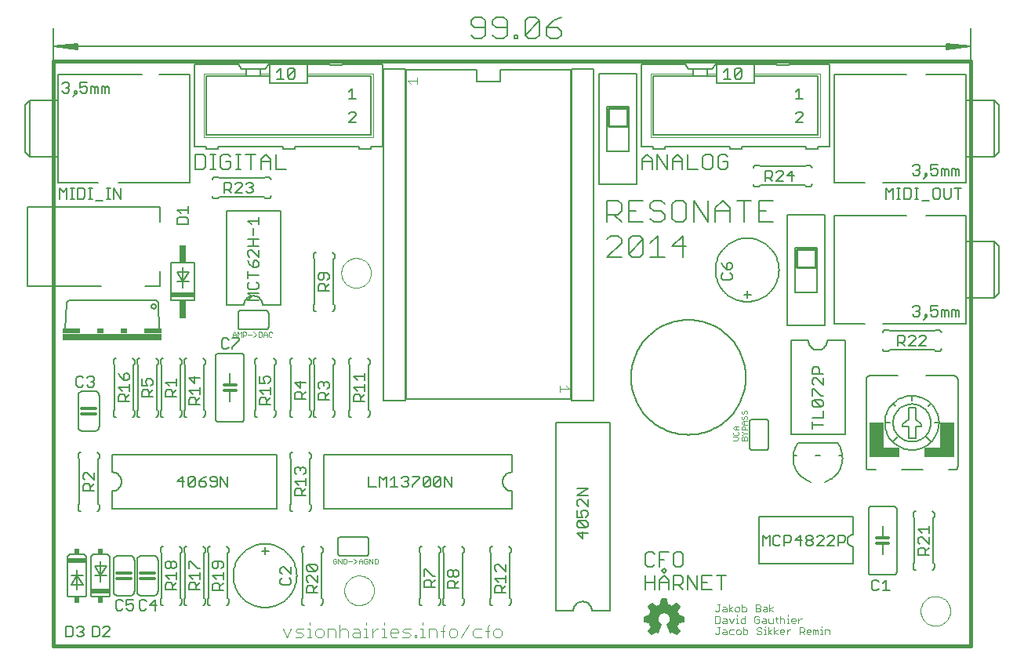
<source format=gto>
G75*
%MOIN*%
%OFA0B0*%
%FSLAX24Y24*%
%IPPOS*%
%LPD*%
%AMOC8*
5,1,8,0,0,1.08239X$1,22.5*
%
%ADD10C,0.0160*%
%ADD11C,0.0000*%
%ADD12C,0.0050*%
%ADD13C,0.0030*%
%ADD14C,0.0020*%
%ADD15C,0.0040*%
%ADD16C,0.0080*%
%ADD17C,0.0051*%
%ADD18C,0.0060*%
%ADD19C,0.0120*%
%ADD20R,0.4200X0.0300*%
%ADD21R,0.0750X0.0200*%
%ADD22R,0.0300X0.0200*%
%ADD23R,0.1000X0.0200*%
%ADD24R,0.0300X0.0750*%
%ADD25R,0.0800X0.0200*%
%ADD26R,0.0200X0.0250*%
%ADD27C,0.0100*%
%ADD28R,0.1250X0.0400*%
%ADD29R,0.0600X0.1050*%
%ADD30C,0.0070*%
D10*
X003260Y001095D02*
X003260Y025966D01*
X042260Y025970D01*
X042260Y001095D01*
X003260Y001095D01*
D11*
X015630Y003470D02*
X015632Y003520D01*
X015638Y003570D01*
X015648Y003619D01*
X015662Y003667D01*
X015679Y003714D01*
X015700Y003759D01*
X015725Y003803D01*
X015753Y003844D01*
X015785Y003883D01*
X015819Y003920D01*
X015856Y003954D01*
X015896Y003984D01*
X015938Y004011D01*
X015982Y004035D01*
X016028Y004056D01*
X016075Y004072D01*
X016123Y004085D01*
X016173Y004094D01*
X016222Y004099D01*
X016273Y004100D01*
X016323Y004097D01*
X016372Y004090D01*
X016421Y004079D01*
X016469Y004064D01*
X016515Y004046D01*
X016560Y004024D01*
X016603Y003998D01*
X016644Y003969D01*
X016683Y003937D01*
X016719Y003902D01*
X016751Y003864D01*
X016781Y003824D01*
X016808Y003781D01*
X016831Y003737D01*
X016850Y003691D01*
X016866Y003643D01*
X016878Y003594D01*
X016886Y003545D01*
X016890Y003495D01*
X016890Y003445D01*
X016886Y003395D01*
X016878Y003346D01*
X016866Y003297D01*
X016850Y003249D01*
X016831Y003203D01*
X016808Y003159D01*
X016781Y003116D01*
X016751Y003076D01*
X016719Y003038D01*
X016683Y003003D01*
X016644Y002971D01*
X016603Y002942D01*
X016560Y002916D01*
X016515Y002894D01*
X016469Y002876D01*
X016421Y002861D01*
X016372Y002850D01*
X016323Y002843D01*
X016273Y002840D01*
X016222Y002841D01*
X016173Y002846D01*
X016123Y002855D01*
X016075Y002868D01*
X016028Y002884D01*
X015982Y002905D01*
X015938Y002929D01*
X015896Y002956D01*
X015856Y002986D01*
X015819Y003020D01*
X015785Y003057D01*
X015753Y003096D01*
X015725Y003137D01*
X015700Y003181D01*
X015679Y003226D01*
X015662Y003273D01*
X015648Y003321D01*
X015638Y003370D01*
X015632Y003420D01*
X015630Y003470D01*
X015505Y016970D02*
X015507Y017020D01*
X015513Y017070D01*
X015523Y017119D01*
X015537Y017167D01*
X015554Y017214D01*
X015575Y017259D01*
X015600Y017303D01*
X015628Y017344D01*
X015660Y017383D01*
X015694Y017420D01*
X015731Y017454D01*
X015771Y017484D01*
X015813Y017511D01*
X015857Y017535D01*
X015903Y017556D01*
X015950Y017572D01*
X015998Y017585D01*
X016048Y017594D01*
X016097Y017599D01*
X016148Y017600D01*
X016198Y017597D01*
X016247Y017590D01*
X016296Y017579D01*
X016344Y017564D01*
X016390Y017546D01*
X016435Y017524D01*
X016478Y017498D01*
X016519Y017469D01*
X016558Y017437D01*
X016594Y017402D01*
X016626Y017364D01*
X016656Y017324D01*
X016683Y017281D01*
X016706Y017237D01*
X016725Y017191D01*
X016741Y017143D01*
X016753Y017094D01*
X016761Y017045D01*
X016765Y016995D01*
X016765Y016945D01*
X016761Y016895D01*
X016753Y016846D01*
X016741Y016797D01*
X016725Y016749D01*
X016706Y016703D01*
X016683Y016659D01*
X016656Y016616D01*
X016626Y016576D01*
X016594Y016538D01*
X016558Y016503D01*
X016519Y016471D01*
X016478Y016442D01*
X016435Y016416D01*
X016390Y016394D01*
X016344Y016376D01*
X016296Y016361D01*
X016247Y016350D01*
X016198Y016343D01*
X016148Y016340D01*
X016097Y016341D01*
X016048Y016346D01*
X015998Y016355D01*
X015950Y016368D01*
X015903Y016384D01*
X015857Y016405D01*
X015813Y016429D01*
X015771Y016456D01*
X015731Y016486D01*
X015694Y016520D01*
X015660Y016557D01*
X015628Y016596D01*
X015600Y016637D01*
X015575Y016681D01*
X015554Y016726D01*
X015537Y016773D01*
X015523Y016821D01*
X015513Y016870D01*
X015507Y016920D01*
X015505Y016970D01*
X040130Y002595D02*
X040132Y002645D01*
X040138Y002695D01*
X040148Y002744D01*
X040162Y002792D01*
X040179Y002839D01*
X040200Y002884D01*
X040225Y002928D01*
X040253Y002969D01*
X040285Y003008D01*
X040319Y003045D01*
X040356Y003079D01*
X040396Y003109D01*
X040438Y003136D01*
X040482Y003160D01*
X040528Y003181D01*
X040575Y003197D01*
X040623Y003210D01*
X040673Y003219D01*
X040722Y003224D01*
X040773Y003225D01*
X040823Y003222D01*
X040872Y003215D01*
X040921Y003204D01*
X040969Y003189D01*
X041015Y003171D01*
X041060Y003149D01*
X041103Y003123D01*
X041144Y003094D01*
X041183Y003062D01*
X041219Y003027D01*
X041251Y002989D01*
X041281Y002949D01*
X041308Y002906D01*
X041331Y002862D01*
X041350Y002816D01*
X041366Y002768D01*
X041378Y002719D01*
X041386Y002670D01*
X041390Y002620D01*
X041390Y002570D01*
X041386Y002520D01*
X041378Y002471D01*
X041366Y002422D01*
X041350Y002374D01*
X041331Y002328D01*
X041308Y002284D01*
X041281Y002241D01*
X041251Y002201D01*
X041219Y002163D01*
X041183Y002128D01*
X041144Y002096D01*
X041103Y002067D01*
X041060Y002041D01*
X041015Y002019D01*
X040969Y002001D01*
X040921Y001986D01*
X040872Y001975D01*
X040823Y001968D01*
X040773Y001965D01*
X040722Y001966D01*
X040673Y001971D01*
X040623Y001980D01*
X040575Y001993D01*
X040528Y002009D01*
X040482Y002030D01*
X040438Y002054D01*
X040396Y002081D01*
X040356Y002111D01*
X040319Y002145D01*
X040285Y002182D01*
X040253Y002221D01*
X040225Y002262D01*
X040200Y002306D01*
X040179Y002351D01*
X040162Y002398D01*
X040148Y002446D01*
X040138Y002495D01*
X040132Y002545D01*
X040130Y002595D01*
D12*
X038810Y003470D02*
X038510Y003470D01*
X038660Y003470D02*
X038660Y003920D01*
X038510Y003770D01*
X038349Y003845D02*
X038274Y003920D01*
X038124Y003920D01*
X038049Y003845D01*
X038049Y003545D01*
X038124Y003470D01*
X038274Y003470D01*
X038349Y003545D01*
X040034Y004989D02*
X040034Y005214D01*
X040109Y005289D01*
X040259Y005289D01*
X040334Y005214D01*
X040334Y004989D01*
X040334Y005139D02*
X040485Y005289D01*
X040485Y005449D02*
X040184Y005749D01*
X040109Y005749D01*
X040034Y005674D01*
X040034Y005524D01*
X040109Y005449D01*
X040485Y005449D02*
X040485Y005749D01*
X040485Y005910D02*
X040485Y006210D01*
X040485Y006060D02*
X040034Y006060D01*
X040184Y005910D01*
X040034Y004989D02*
X040485Y004989D01*
X036933Y005595D02*
X036857Y005520D01*
X036632Y005520D01*
X036632Y005370D02*
X036632Y005820D01*
X036857Y005820D01*
X036933Y005745D01*
X036933Y005595D01*
X036472Y005670D02*
X036172Y005370D01*
X036472Y005370D01*
X036012Y005370D02*
X035711Y005370D01*
X036012Y005670D01*
X036012Y005745D01*
X035937Y005820D01*
X035787Y005820D01*
X035711Y005745D01*
X035551Y005745D02*
X035551Y005670D01*
X035476Y005595D01*
X035326Y005595D01*
X035251Y005670D01*
X035251Y005745D01*
X035326Y005820D01*
X035476Y005820D01*
X035551Y005745D01*
X035476Y005595D02*
X035551Y005520D01*
X035551Y005445D01*
X035476Y005370D01*
X035326Y005370D01*
X035251Y005445D01*
X035251Y005520D01*
X035326Y005595D01*
X035091Y005595D02*
X034791Y005595D01*
X035016Y005820D01*
X035016Y005370D01*
X034631Y005595D02*
X034555Y005520D01*
X034330Y005520D01*
X034330Y005370D02*
X034330Y005820D01*
X034555Y005820D01*
X034631Y005745D01*
X034631Y005595D01*
X034170Y005445D02*
X034095Y005370D01*
X033945Y005370D01*
X033870Y005445D01*
X033870Y005745D01*
X033945Y005820D01*
X034095Y005820D01*
X034170Y005745D01*
X033710Y005820D02*
X033710Y005370D01*
X033410Y005370D02*
X033410Y005820D01*
X033560Y005670D01*
X033710Y005820D01*
X036172Y005745D02*
X036247Y005820D01*
X036397Y005820D01*
X036472Y005745D01*
X036472Y005670D01*
X031855Y004106D02*
X031448Y004106D01*
X031247Y004106D02*
X030840Y004106D01*
X030840Y003495D01*
X031247Y003495D01*
X031044Y003800D02*
X030840Y003800D01*
X030640Y003495D02*
X030640Y004106D01*
X030233Y004106D02*
X030640Y003495D01*
X030233Y003495D02*
X030233Y004106D01*
X030032Y004004D02*
X030032Y003800D01*
X029930Y003699D01*
X029625Y003699D01*
X029828Y003699D02*
X030032Y003495D01*
X029625Y003495D02*
X029625Y004106D01*
X029930Y004106D01*
X030032Y004004D01*
X029930Y004485D02*
X029727Y004485D01*
X029625Y004587D01*
X029625Y004994D01*
X029727Y005096D01*
X029930Y005096D01*
X030032Y004994D01*
X030032Y004587D01*
X029930Y004485D01*
X029322Y004309D02*
X029221Y004207D01*
X029119Y004309D01*
X029221Y004411D01*
X029322Y004309D01*
X029221Y004106D02*
X029424Y003902D01*
X029424Y003800D01*
X029424Y003495D01*
X029424Y003800D02*
X029017Y003800D01*
X029017Y003902D02*
X029221Y004106D01*
X029017Y003902D02*
X029017Y003495D01*
X028817Y003495D02*
X028817Y004106D01*
X028817Y003800D02*
X028410Y003800D01*
X028410Y003495D02*
X028410Y004106D01*
X028511Y004485D02*
X028715Y004485D01*
X028817Y004587D01*
X029017Y004485D02*
X029017Y005096D01*
X029424Y005096D01*
X029221Y004790D02*
X029017Y004790D01*
X028817Y004994D02*
X028715Y005096D01*
X028511Y005096D01*
X028410Y004994D01*
X028410Y004587D01*
X028511Y004485D01*
X025985Y005895D02*
X025534Y005895D01*
X025759Y005670D01*
X025759Y005970D01*
X025609Y006130D02*
X025534Y006205D01*
X025534Y006356D01*
X025609Y006431D01*
X025909Y006130D01*
X025985Y006205D01*
X025985Y006356D01*
X025909Y006431D01*
X025609Y006431D01*
X025534Y006591D02*
X025759Y006591D01*
X025684Y006741D01*
X025684Y006816D01*
X025759Y006891D01*
X025909Y006891D01*
X025985Y006816D01*
X025985Y006666D01*
X025909Y006591D01*
X025534Y006591D02*
X025534Y006891D01*
X025609Y007051D02*
X025534Y007126D01*
X025534Y007276D01*
X025609Y007351D01*
X025684Y007351D01*
X025985Y007051D01*
X025985Y007351D01*
X025985Y007512D02*
X025534Y007512D01*
X025985Y007812D01*
X025534Y007812D01*
X025609Y006130D02*
X025909Y006130D01*
X022485Y004585D02*
X022485Y004285D01*
X022184Y004585D01*
X022109Y004585D01*
X022034Y004510D01*
X022034Y004360D01*
X022109Y004285D01*
X022034Y003974D02*
X022485Y003974D01*
X022485Y003824D02*
X022485Y004124D01*
X022184Y003824D02*
X022034Y003974D01*
X022109Y003664D02*
X022259Y003664D01*
X022334Y003589D01*
X022334Y003364D01*
X022334Y003514D02*
X022485Y003664D01*
X022485Y003364D02*
X022034Y003364D01*
X022034Y003589D01*
X022109Y003664D01*
X020485Y003574D02*
X020034Y003574D01*
X020034Y003799D01*
X020109Y003874D01*
X020259Y003874D01*
X020334Y003799D01*
X020334Y003574D01*
X020334Y003724D02*
X020485Y003874D01*
X020409Y004035D02*
X020334Y004035D01*
X020259Y004110D01*
X020259Y004260D01*
X020334Y004335D01*
X020409Y004335D01*
X020485Y004260D01*
X020485Y004110D01*
X020409Y004035D01*
X020259Y004110D02*
X020184Y004035D01*
X020109Y004035D01*
X020034Y004110D01*
X020034Y004260D01*
X020109Y004335D01*
X020184Y004335D01*
X020259Y004260D01*
X019485Y004080D02*
X019409Y004080D01*
X019109Y004381D01*
X019034Y004381D01*
X019034Y004080D01*
X019109Y003920D02*
X019259Y003920D01*
X019334Y003845D01*
X019334Y003620D01*
X019334Y003770D02*
X019485Y003920D01*
X019485Y003620D02*
X019034Y003620D01*
X019034Y003845D01*
X019109Y003920D01*
X014485Y003824D02*
X014184Y004124D01*
X014109Y004124D01*
X014034Y004049D01*
X014034Y003899D01*
X014109Y003824D01*
X014109Y003664D02*
X014034Y003589D01*
X014034Y003364D01*
X014485Y003364D01*
X014334Y003364D02*
X014334Y003589D01*
X014259Y003664D01*
X014109Y003664D01*
X014334Y003514D02*
X014485Y003664D01*
X014485Y003824D02*
X014485Y004124D01*
X014409Y004285D02*
X014109Y004585D01*
X014409Y004585D01*
X014485Y004510D01*
X014485Y004360D01*
X014409Y004285D01*
X014109Y004285D01*
X014034Y004360D01*
X014034Y004510D01*
X014109Y004585D01*
X013360Y004460D02*
X013360Y004160D01*
X013059Y004460D01*
X012984Y004460D01*
X012909Y004385D01*
X012909Y004235D01*
X012984Y004160D01*
X012984Y003999D02*
X012909Y003924D01*
X012909Y003774D01*
X012984Y003699D01*
X013284Y003699D01*
X013360Y003774D01*
X013360Y003924D01*
X013284Y003999D01*
X010485Y003949D02*
X010485Y004249D01*
X010485Y004099D02*
X010034Y004099D01*
X010184Y003949D01*
X010109Y003789D02*
X010259Y003789D01*
X010334Y003714D01*
X010334Y003489D01*
X010334Y003639D02*
X010485Y003789D01*
X010485Y003489D02*
X010034Y003489D01*
X010034Y003714D01*
X010109Y003789D01*
X009485Y003795D02*
X009334Y003645D01*
X009334Y003720D02*
X009334Y003495D01*
X009485Y003495D02*
X009034Y003495D01*
X009034Y003720D01*
X009109Y003795D01*
X009259Y003795D01*
X009334Y003720D01*
X009184Y003955D02*
X009034Y004106D01*
X009485Y004106D01*
X009485Y004256D02*
X009485Y003955D01*
X009485Y004416D02*
X009409Y004416D01*
X009109Y004716D01*
X009034Y004716D01*
X009034Y004416D01*
X008485Y004491D02*
X008485Y004641D01*
X008409Y004716D01*
X008334Y004716D01*
X008259Y004641D01*
X008259Y004491D01*
X008184Y004416D01*
X008109Y004416D01*
X008034Y004491D01*
X008034Y004641D01*
X008109Y004716D01*
X008184Y004716D01*
X008259Y004641D01*
X008259Y004491D02*
X008334Y004416D01*
X008409Y004416D01*
X008485Y004491D01*
X008485Y004256D02*
X008485Y003955D01*
X008485Y004106D02*
X008034Y004106D01*
X008184Y003955D01*
X008109Y003795D02*
X008259Y003795D01*
X008334Y003720D01*
X008334Y003495D01*
X008334Y003645D02*
X008485Y003795D01*
X008485Y003495D02*
X008034Y003495D01*
X008034Y003720D01*
X008109Y003795D01*
X007595Y003070D02*
X007370Y002845D01*
X007670Y002845D01*
X007595Y002620D02*
X007595Y003070D01*
X007210Y002995D02*
X007135Y003070D01*
X006985Y003070D01*
X006910Y002995D01*
X006910Y002695D01*
X006985Y002620D01*
X007135Y002620D01*
X007210Y002695D01*
X006670Y002695D02*
X006670Y002845D01*
X006595Y002920D01*
X006520Y002920D01*
X006370Y002845D01*
X006370Y003070D01*
X006670Y003070D01*
X006670Y002695D02*
X006595Y002620D01*
X006445Y002620D01*
X006370Y002695D01*
X006210Y002695D02*
X006135Y002620D01*
X005985Y002620D01*
X005910Y002695D01*
X005910Y002995D01*
X005985Y003070D01*
X006135Y003070D01*
X006210Y002995D01*
X005595Y001945D02*
X005445Y001945D01*
X005370Y001870D01*
X005210Y001870D02*
X005210Y001570D01*
X005135Y001495D01*
X004910Y001495D01*
X004910Y001945D01*
X005135Y001945D01*
X005210Y001870D01*
X005595Y001945D02*
X005670Y001870D01*
X005670Y001795D01*
X005370Y001495D01*
X005670Y001495D01*
X004545Y001570D02*
X004470Y001495D01*
X004320Y001495D01*
X004245Y001570D01*
X004085Y001570D02*
X004085Y001870D01*
X004010Y001945D01*
X003785Y001945D01*
X003785Y001495D01*
X004010Y001495D01*
X004085Y001570D01*
X004245Y001870D02*
X004320Y001945D01*
X004470Y001945D01*
X004545Y001870D01*
X004545Y001795D01*
X004470Y001720D01*
X004545Y001645D01*
X004545Y001570D01*
X004470Y001720D02*
X004395Y001720D01*
X010034Y004485D02*
X010109Y004410D01*
X010184Y004410D01*
X010259Y004485D01*
X010259Y004710D01*
X010409Y004710D02*
X010109Y004710D01*
X010034Y004635D01*
X010034Y004485D01*
X010409Y004410D02*
X010485Y004485D01*
X010485Y004635D01*
X010409Y004710D01*
X013534Y007495D02*
X013534Y007720D01*
X013609Y007795D01*
X013759Y007795D01*
X013834Y007720D01*
X013834Y007495D01*
X013834Y007645D02*
X013985Y007795D01*
X013985Y007955D02*
X013985Y008256D01*
X013985Y008106D02*
X013534Y008106D01*
X013684Y007955D01*
X013609Y008416D02*
X013534Y008491D01*
X013534Y008641D01*
X013609Y008716D01*
X013684Y008716D01*
X013759Y008641D01*
X013834Y008716D01*
X013909Y008716D01*
X013985Y008641D01*
X013985Y008491D01*
X013909Y008416D01*
X013759Y008566D02*
X013759Y008641D01*
X013534Y007495D02*
X013985Y007495D01*
X016676Y007870D02*
X016977Y007870D01*
X017137Y007870D02*
X017137Y008320D01*
X017287Y008170D01*
X017437Y008320D01*
X017437Y007870D01*
X017597Y007870D02*
X017897Y007870D01*
X017747Y007870D02*
X017747Y008320D01*
X017597Y008170D01*
X018058Y008245D02*
X018133Y008320D01*
X018283Y008320D01*
X018358Y008245D01*
X018358Y008170D01*
X018283Y008095D01*
X018358Y008020D01*
X018358Y007945D01*
X018283Y007870D01*
X018133Y007870D01*
X018058Y007945D01*
X018208Y008095D02*
X018283Y008095D01*
X018518Y007945D02*
X018518Y007870D01*
X018518Y007945D02*
X018818Y008245D01*
X018818Y008320D01*
X018518Y008320D01*
X018978Y008245D02*
X018978Y007945D01*
X019279Y008245D01*
X019279Y007945D01*
X019204Y007870D01*
X019053Y007870D01*
X018978Y007945D01*
X018978Y008245D02*
X019053Y008320D01*
X019204Y008320D01*
X019279Y008245D01*
X019439Y008245D02*
X019439Y007945D01*
X019739Y008245D01*
X019739Y007945D01*
X019664Y007870D01*
X019514Y007870D01*
X019439Y007945D01*
X019439Y008245D02*
X019514Y008320D01*
X019664Y008320D01*
X019739Y008245D01*
X019899Y008320D02*
X020199Y007870D01*
X020199Y008320D01*
X019899Y008320D02*
X019899Y007870D01*
X016676Y007870D02*
X016676Y008320D01*
X016485Y011495D02*
X016034Y011495D01*
X016034Y011720D01*
X016109Y011795D01*
X016259Y011795D01*
X016334Y011720D01*
X016334Y011495D01*
X016334Y011645D02*
X016485Y011795D01*
X016485Y011955D02*
X016485Y012256D01*
X016485Y012106D02*
X016034Y012106D01*
X016184Y011955D01*
X016184Y012416D02*
X016034Y012566D01*
X016485Y012566D01*
X016485Y012416D02*
X016485Y012716D01*
X014985Y012260D02*
X014985Y012110D01*
X014909Y012035D01*
X014985Y011874D02*
X014834Y011724D01*
X014834Y011799D02*
X014834Y011574D01*
X014985Y011574D02*
X014534Y011574D01*
X014534Y011799D01*
X014609Y011874D01*
X014759Y011874D01*
X014834Y011799D01*
X014609Y012035D02*
X014534Y012110D01*
X014534Y012260D01*
X014609Y012335D01*
X014684Y012335D01*
X014759Y012260D01*
X014834Y012335D01*
X014909Y012335D01*
X014985Y012260D01*
X014759Y012260D02*
X014759Y012185D01*
X013985Y012306D02*
X013534Y012306D01*
X013759Y012080D01*
X013759Y012381D01*
X013759Y011920D02*
X013609Y011920D01*
X013534Y011845D01*
X013534Y011620D01*
X013985Y011620D01*
X013834Y011620D02*
X013834Y011845D01*
X013759Y011920D01*
X013834Y011770D02*
X013985Y011920D01*
X012485Y011974D02*
X012034Y011974D01*
X012184Y011824D01*
X012109Y011664D02*
X012259Y011664D01*
X012334Y011589D01*
X012334Y011364D01*
X012334Y011514D02*
X012485Y011664D01*
X012485Y011824D02*
X012485Y012124D01*
X012409Y012285D02*
X012485Y012360D01*
X012485Y012510D01*
X012409Y012585D01*
X012259Y012585D01*
X012184Y012510D01*
X012184Y012435D01*
X012259Y012285D01*
X012034Y012285D01*
X012034Y012585D01*
X012109Y011664D02*
X012034Y011589D01*
X012034Y011364D01*
X012485Y011364D01*
X009485Y011364D02*
X009034Y011364D01*
X009034Y011589D01*
X009109Y011664D01*
X009259Y011664D01*
X009334Y011589D01*
X009334Y011364D01*
X009334Y011514D02*
X009485Y011664D01*
X009485Y011824D02*
X009485Y012124D01*
X009485Y011974D02*
X009034Y011974D01*
X009184Y011824D01*
X008485Y011699D02*
X008034Y011699D01*
X008034Y011924D01*
X008109Y011999D01*
X008259Y011999D01*
X008334Y011924D01*
X008334Y011699D01*
X008334Y011849D02*
X008485Y011999D01*
X008485Y012160D02*
X008485Y012460D01*
X008485Y012310D02*
X008034Y012310D01*
X008184Y012160D01*
X007485Y012235D02*
X007409Y012160D01*
X007485Y012235D02*
X007485Y012385D01*
X007409Y012460D01*
X007259Y012460D01*
X007184Y012385D01*
X007184Y012310D01*
X007259Y012160D01*
X007034Y012160D01*
X007034Y012460D01*
X007109Y011999D02*
X007034Y011924D01*
X007034Y011699D01*
X007485Y011699D01*
X007334Y011699D02*
X007334Y011924D01*
X007259Y011999D01*
X007109Y011999D01*
X007334Y011849D02*
X007485Y011999D01*
X006485Y011955D02*
X006485Y012256D01*
X006485Y012106D02*
X006034Y012106D01*
X006184Y011955D01*
X006109Y011795D02*
X006259Y011795D01*
X006334Y011720D01*
X006334Y011495D01*
X006334Y011645D02*
X006485Y011795D01*
X006485Y011495D02*
X006034Y011495D01*
X006034Y011720D01*
X006109Y011795D01*
X006259Y012416D02*
X006259Y012641D01*
X006334Y012716D01*
X006409Y012716D01*
X006485Y012641D01*
X006485Y012491D01*
X006409Y012416D01*
X006259Y012416D01*
X006109Y012566D01*
X006034Y012716D01*
X004999Y012495D02*
X004999Y012420D01*
X004924Y012345D01*
X004999Y012270D01*
X004999Y012195D01*
X004924Y012120D01*
X004774Y012120D01*
X004699Y012195D01*
X004539Y012195D02*
X004464Y012120D01*
X004314Y012120D01*
X004239Y012195D01*
X004239Y012495D01*
X004314Y012570D01*
X004464Y012570D01*
X004539Y012495D01*
X004699Y012495D02*
X004774Y012570D01*
X004924Y012570D01*
X004999Y012495D01*
X004924Y012345D02*
X004849Y012345D01*
X003760Y014545D02*
X003810Y015695D01*
X003910Y015795D01*
X007610Y015795D01*
X007710Y015695D01*
X007760Y014545D01*
X007430Y015555D02*
X007432Y015575D01*
X007438Y015593D01*
X007447Y015611D01*
X007459Y015626D01*
X007474Y015638D01*
X007492Y015647D01*
X007510Y015653D01*
X007530Y015655D01*
X007550Y015653D01*
X007568Y015647D01*
X007586Y015638D01*
X007601Y015626D01*
X007613Y015611D01*
X007622Y015593D01*
X007628Y015575D01*
X007630Y015555D01*
X007628Y015535D01*
X007622Y015517D01*
X007613Y015499D01*
X007601Y015484D01*
X007586Y015472D01*
X007568Y015463D01*
X007550Y015457D01*
X007530Y015455D01*
X007510Y015457D01*
X007492Y015463D01*
X007474Y015472D01*
X007459Y015484D01*
X007447Y015499D01*
X007438Y015517D01*
X007432Y015535D01*
X007430Y015555D01*
X010410Y014120D02*
X010410Y013820D01*
X010485Y013745D01*
X010635Y013745D01*
X010710Y013820D01*
X010870Y013820D02*
X010870Y013745D01*
X010870Y013820D02*
X011170Y014120D01*
X011170Y014195D01*
X010870Y014195D01*
X010710Y014120D02*
X010635Y014195D01*
X010485Y014195D01*
X010410Y014120D01*
X009485Y012510D02*
X009034Y012510D01*
X009259Y012285D01*
X009259Y012585D01*
X011534Y015812D02*
X011684Y015962D01*
X011534Y016112D01*
X011985Y016112D01*
X011909Y016272D02*
X011609Y016272D01*
X011534Y016347D01*
X011534Y016497D01*
X011609Y016573D01*
X011534Y016733D02*
X011534Y017033D01*
X011534Y016883D02*
X011985Y016883D01*
X011909Y017193D02*
X011759Y017193D01*
X011759Y017418D01*
X011834Y017493D01*
X011909Y017493D01*
X011985Y017418D01*
X011985Y017268D01*
X011909Y017193D01*
X011759Y017193D02*
X011609Y017343D01*
X011534Y017493D01*
X011609Y017653D02*
X011534Y017728D01*
X011534Y017879D01*
X011609Y017954D01*
X011684Y017954D01*
X011985Y017653D01*
X011985Y017954D01*
X011985Y018114D02*
X011534Y018114D01*
X011759Y018114D02*
X011759Y018414D01*
X011759Y018574D02*
X011759Y018874D01*
X011684Y019035D02*
X011534Y019185D01*
X011985Y019185D01*
X011985Y019035D02*
X011985Y019335D01*
X011674Y020370D02*
X011524Y020370D01*
X011449Y020445D01*
X011289Y020370D02*
X010989Y020370D01*
X011289Y020670D01*
X011289Y020745D01*
X011214Y020820D01*
X011064Y020820D01*
X010989Y020745D01*
X010829Y020745D02*
X010829Y020595D01*
X010754Y020520D01*
X010528Y020520D01*
X010528Y020370D02*
X010528Y020820D01*
X010754Y020820D01*
X010829Y020745D01*
X010678Y020520D02*
X010829Y020370D01*
X011449Y020745D02*
X011524Y020820D01*
X011674Y020820D01*
X011749Y020745D01*
X011749Y020670D01*
X011674Y020595D01*
X011749Y020520D01*
X011749Y020445D01*
X011674Y020370D01*
X011674Y020595D02*
X011599Y020595D01*
X008985Y019795D02*
X008985Y019495D01*
X008985Y019645D02*
X008534Y019645D01*
X008684Y019495D01*
X008609Y019335D02*
X008534Y019260D01*
X008534Y019035D01*
X008985Y019035D01*
X008985Y019260D01*
X008909Y019335D01*
X008609Y019335D01*
X006137Y020120D02*
X006137Y020570D01*
X005836Y020570D02*
X006137Y020120D01*
X005836Y020120D02*
X005836Y020570D01*
X005680Y020570D02*
X005530Y020570D01*
X005605Y020570D02*
X005605Y020120D01*
X005530Y020120D02*
X005680Y020120D01*
X005369Y020045D02*
X005069Y020045D01*
X004912Y020120D02*
X004762Y020120D01*
X004837Y020120D02*
X004837Y020570D01*
X004762Y020570D02*
X004912Y020570D01*
X004602Y020495D02*
X004602Y020195D01*
X004527Y020120D01*
X004302Y020120D01*
X004302Y020570D01*
X004527Y020570D01*
X004602Y020495D01*
X004145Y020570D02*
X003995Y020570D01*
X004070Y020570D02*
X004070Y020120D01*
X003995Y020120D02*
X004145Y020120D01*
X003835Y020120D02*
X003835Y020570D01*
X003685Y020420D01*
X003535Y020570D01*
X003535Y020120D01*
X004095Y024470D02*
X004245Y024620D01*
X004170Y024620D01*
X004170Y024695D01*
X004245Y024695D01*
X004245Y024620D01*
X004402Y024695D02*
X004477Y024620D01*
X004627Y024620D01*
X004702Y024695D01*
X004702Y024845D01*
X004627Y024920D01*
X004552Y024920D01*
X004402Y024845D01*
X004402Y025070D01*
X004702Y025070D01*
X004862Y024920D02*
X004937Y024920D01*
X005012Y024845D01*
X005087Y024920D01*
X005162Y024845D01*
X005162Y024620D01*
X005012Y024620D02*
X005012Y024845D01*
X004862Y024920D02*
X004862Y024620D01*
X005323Y024620D02*
X005323Y024920D01*
X005398Y024920D01*
X005473Y024845D01*
X005548Y024920D01*
X005623Y024845D01*
X005623Y024620D01*
X005473Y024620D02*
X005473Y024845D01*
X003935Y024770D02*
X003935Y024695D01*
X003860Y024620D01*
X003710Y024620D01*
X003635Y024695D01*
X003785Y024845D02*
X003860Y024845D01*
X003935Y024770D01*
X003860Y024845D02*
X003935Y024920D01*
X003935Y024995D01*
X003860Y025070D01*
X003710Y025070D01*
X003635Y024995D01*
X012764Y025220D02*
X013064Y025220D01*
X012914Y025220D02*
X012914Y025670D01*
X012764Y025520D01*
X013224Y025595D02*
X013224Y025295D01*
X013524Y025595D01*
X013524Y025295D01*
X013449Y025220D01*
X013299Y025220D01*
X013224Y025295D01*
X013224Y025595D02*
X013299Y025670D01*
X013449Y025670D01*
X013524Y025595D01*
X015824Y024670D02*
X015974Y024820D01*
X015974Y024370D01*
X015824Y024370D02*
X016124Y024370D01*
X016049Y023820D02*
X015899Y023820D01*
X015824Y023745D01*
X016049Y023820D02*
X016124Y023745D01*
X016124Y023670D01*
X015824Y023370D01*
X016124Y023370D01*
X011985Y018414D02*
X011534Y018414D01*
X011909Y016573D02*
X011985Y016497D01*
X011985Y016347D01*
X011909Y016272D01*
X011985Y015812D02*
X011534Y015812D01*
X014534Y016199D02*
X014534Y016424D01*
X014609Y016499D01*
X014759Y016499D01*
X014834Y016424D01*
X014834Y016199D01*
X014834Y016349D02*
X014985Y016499D01*
X014909Y016660D02*
X014985Y016735D01*
X014985Y016885D01*
X014909Y016960D01*
X014609Y016960D01*
X014534Y016885D01*
X014534Y016735D01*
X014609Y016660D01*
X014684Y016660D01*
X014759Y016735D01*
X014759Y016960D01*
X014985Y016199D02*
X014534Y016199D01*
X010676Y008320D02*
X010676Y007870D01*
X010376Y008320D01*
X010376Y007870D01*
X010216Y007945D02*
X010141Y007870D01*
X009991Y007870D01*
X009916Y007945D01*
X009756Y007945D02*
X009756Y008020D01*
X009680Y008095D01*
X009455Y008095D01*
X009455Y007945D01*
X009530Y007870D01*
X009680Y007870D01*
X009756Y007945D01*
X009916Y008170D02*
X009991Y008095D01*
X010216Y008095D01*
X010216Y007945D02*
X010216Y008245D01*
X010141Y008320D01*
X009991Y008320D01*
X009916Y008245D01*
X009916Y008170D01*
X009756Y008320D02*
X009605Y008245D01*
X009455Y008095D01*
X009295Y007945D02*
X009220Y007870D01*
X009070Y007870D01*
X008995Y007945D01*
X009295Y008245D01*
X009295Y007945D01*
X008995Y007945D02*
X008995Y008245D01*
X009070Y008320D01*
X009220Y008320D01*
X009295Y008245D01*
X008835Y008095D02*
X008535Y008095D01*
X008760Y008320D01*
X008760Y007870D01*
X004985Y007999D02*
X004834Y007849D01*
X004834Y007924D02*
X004834Y007699D01*
X004985Y007699D02*
X004534Y007699D01*
X004534Y007924D01*
X004609Y007999D01*
X004759Y007999D01*
X004834Y007924D01*
X004985Y008160D02*
X004684Y008460D01*
X004609Y008460D01*
X004534Y008385D01*
X004534Y008235D01*
X004609Y008160D01*
X004985Y008160D02*
X004985Y008460D01*
X027819Y012532D02*
X027821Y012630D01*
X027827Y012728D01*
X027837Y012826D01*
X027851Y012924D01*
X027868Y013020D01*
X027890Y013116D01*
X027915Y013211D01*
X027945Y013305D01*
X027978Y013398D01*
X028014Y013489D01*
X028055Y013578D01*
X028099Y013666D01*
X028146Y013752D01*
X028197Y013837D01*
X028251Y013919D01*
X028309Y013998D01*
X028369Y014076D01*
X028433Y014151D01*
X028500Y014223D01*
X028569Y014292D01*
X028641Y014359D01*
X028716Y014423D01*
X028794Y014483D01*
X028873Y014541D01*
X028955Y014595D01*
X029039Y014646D01*
X029126Y014693D01*
X029214Y014737D01*
X029303Y014778D01*
X029394Y014814D01*
X029487Y014847D01*
X029581Y014877D01*
X029676Y014902D01*
X029772Y014924D01*
X029868Y014941D01*
X029966Y014955D01*
X030064Y014965D01*
X030162Y014971D01*
X030260Y014973D01*
X030358Y014971D01*
X030456Y014965D01*
X030554Y014955D01*
X030652Y014941D01*
X030748Y014924D01*
X030844Y014902D01*
X030939Y014877D01*
X031033Y014847D01*
X031126Y014814D01*
X031217Y014778D01*
X031306Y014737D01*
X031394Y014693D01*
X031480Y014646D01*
X031565Y014595D01*
X031647Y014541D01*
X031726Y014483D01*
X031804Y014423D01*
X031879Y014359D01*
X031951Y014292D01*
X032020Y014223D01*
X032087Y014151D01*
X032151Y014076D01*
X032211Y013998D01*
X032269Y013919D01*
X032323Y013837D01*
X032374Y013753D01*
X032421Y013666D01*
X032465Y013578D01*
X032506Y013489D01*
X032542Y013398D01*
X032575Y013305D01*
X032605Y013211D01*
X032630Y013116D01*
X032652Y013020D01*
X032669Y012924D01*
X032683Y012826D01*
X032693Y012728D01*
X032699Y012630D01*
X032701Y012532D01*
X032699Y012434D01*
X032693Y012336D01*
X032683Y012238D01*
X032669Y012140D01*
X032652Y012044D01*
X032630Y011948D01*
X032605Y011853D01*
X032575Y011759D01*
X032542Y011666D01*
X032506Y011575D01*
X032465Y011486D01*
X032421Y011398D01*
X032374Y011312D01*
X032323Y011227D01*
X032269Y011145D01*
X032211Y011066D01*
X032151Y010988D01*
X032087Y010913D01*
X032020Y010841D01*
X031951Y010772D01*
X031879Y010705D01*
X031804Y010641D01*
X031726Y010581D01*
X031647Y010523D01*
X031565Y010469D01*
X031481Y010418D01*
X031394Y010371D01*
X031306Y010327D01*
X031217Y010286D01*
X031126Y010250D01*
X031033Y010217D01*
X030939Y010187D01*
X030844Y010162D01*
X030748Y010140D01*
X030652Y010123D01*
X030554Y010109D01*
X030456Y010099D01*
X030358Y010093D01*
X030260Y010091D01*
X030162Y010093D01*
X030064Y010099D01*
X029966Y010109D01*
X029868Y010123D01*
X029772Y010140D01*
X029676Y010162D01*
X029581Y010187D01*
X029487Y010217D01*
X029394Y010250D01*
X029303Y010286D01*
X029214Y010327D01*
X029126Y010371D01*
X029040Y010418D01*
X028955Y010469D01*
X028873Y010523D01*
X028794Y010581D01*
X028716Y010641D01*
X028641Y010705D01*
X028569Y010772D01*
X028500Y010841D01*
X028433Y010913D01*
X028369Y010988D01*
X028309Y011066D01*
X028251Y011145D01*
X028197Y011227D01*
X028146Y011311D01*
X028099Y011398D01*
X028055Y011486D01*
X028014Y011575D01*
X027978Y011666D01*
X027945Y011759D01*
X027915Y011853D01*
X027890Y011948D01*
X027868Y012044D01*
X027851Y012140D01*
X027837Y012238D01*
X027827Y012336D01*
X027821Y012434D01*
X027819Y012532D01*
X031734Y016660D02*
X032034Y016660D01*
X032110Y016735D01*
X032110Y016885D01*
X032034Y016960D01*
X032034Y017120D02*
X032110Y017195D01*
X032110Y017345D01*
X032034Y017420D01*
X031959Y017420D01*
X031884Y017345D01*
X031884Y017120D01*
X032034Y017120D01*
X031884Y017120D02*
X031734Y017270D01*
X031659Y017420D01*
X031734Y016960D02*
X031659Y016885D01*
X031659Y016735D01*
X031734Y016660D01*
X035534Y012885D02*
X035609Y012960D01*
X035759Y012960D01*
X035834Y012885D01*
X035834Y012660D01*
X035985Y012660D02*
X035534Y012660D01*
X035534Y012885D01*
X035609Y012499D02*
X035534Y012424D01*
X035534Y012274D01*
X035609Y012199D01*
X035609Y012039D02*
X035909Y011739D01*
X035985Y011739D01*
X035909Y011579D02*
X035609Y011579D01*
X035909Y011278D01*
X035985Y011353D01*
X035985Y011504D01*
X035909Y011579D01*
X035609Y011579D02*
X035534Y011504D01*
X035534Y011353D01*
X035609Y011278D01*
X035909Y011278D01*
X035985Y011118D02*
X035985Y010818D01*
X035534Y010818D01*
X035534Y010658D02*
X035534Y010358D01*
X035534Y010508D02*
X035985Y010508D01*
X036584Y009745D02*
X034935Y009745D01*
X034872Y009195D02*
X034714Y009195D01*
X035647Y009195D02*
X035872Y009195D01*
X036585Y009745D02*
X036620Y009697D01*
X036653Y009647D01*
X036684Y009595D01*
X036711Y009541D01*
X036735Y009486D01*
X036755Y009429D01*
X036773Y009372D01*
X036787Y009314D01*
X036798Y009255D01*
X036805Y009195D01*
X036647Y009195D01*
X035450Y008092D02*
X035390Y008112D01*
X035331Y008136D01*
X035274Y008164D01*
X035219Y008195D01*
X035165Y008230D01*
X035114Y008267D01*
X035065Y008308D01*
X035019Y008352D01*
X034975Y008398D01*
X034934Y008447D01*
X034896Y008498D01*
X034862Y008551D01*
X034830Y008607D01*
X034803Y008664D01*
X034778Y008723D01*
X034758Y008783D01*
X034740Y008844D01*
X034727Y008906D01*
X034718Y008969D01*
X034712Y009032D01*
X034710Y009096D01*
X034712Y009160D01*
X034718Y009223D01*
X034727Y009286D01*
X034741Y009348D01*
X034758Y009409D01*
X034779Y009469D01*
X034803Y009528D01*
X034831Y009585D01*
X034863Y009641D01*
X034898Y009694D01*
X034935Y009745D01*
X036805Y009195D02*
X036809Y009133D01*
X036810Y009070D01*
X036806Y009008D01*
X036799Y008946D01*
X036789Y008885D01*
X036774Y008824D01*
X036756Y008764D01*
X036735Y008705D01*
X036710Y008648D01*
X036682Y008593D01*
X036651Y008539D01*
X036616Y008487D01*
X036578Y008437D01*
X036538Y008390D01*
X036494Y008345D01*
X036449Y008302D01*
X036400Y008263D01*
X036350Y008226D01*
X036297Y008193D01*
X036243Y008162D01*
X036186Y008135D01*
X036129Y008112D01*
X036070Y008092D01*
X035534Y011739D02*
X035534Y012039D01*
X035609Y012039D01*
X035985Y012199D02*
X035684Y012499D01*
X035609Y012499D01*
X035985Y012499D02*
X035985Y012199D01*
X039153Y013870D02*
X039153Y014320D01*
X039379Y014320D01*
X039454Y014245D01*
X039454Y014095D01*
X039379Y014020D01*
X039153Y014020D01*
X039303Y014020D02*
X039454Y013870D01*
X039614Y013870D02*
X039914Y014170D01*
X039914Y014245D01*
X039839Y014320D01*
X039689Y014320D01*
X039614Y014245D01*
X040074Y014245D02*
X040149Y014320D01*
X040299Y014320D01*
X040374Y014245D01*
X040374Y014170D01*
X040074Y013870D01*
X040374Y013870D01*
X039914Y013870D02*
X039614Y013870D01*
X040246Y014970D02*
X040397Y015120D01*
X040321Y015120D01*
X040321Y015195D01*
X040397Y015195D01*
X040397Y015120D01*
X040553Y015195D02*
X040628Y015120D01*
X040779Y015120D01*
X040854Y015195D01*
X040854Y015345D01*
X040779Y015420D01*
X040703Y015420D01*
X040553Y015345D01*
X040553Y015570D01*
X040854Y015570D01*
X041014Y015420D02*
X041014Y015120D01*
X041164Y015120D02*
X041164Y015345D01*
X041239Y015420D01*
X041314Y015345D01*
X041314Y015120D01*
X041474Y015120D02*
X041474Y015420D01*
X041549Y015420D01*
X041624Y015345D01*
X041699Y015420D01*
X041774Y015345D01*
X041774Y015120D01*
X041624Y015120D02*
X041624Y015345D01*
X041164Y015345D02*
X041089Y015420D01*
X041014Y015420D01*
X040086Y015420D02*
X040011Y015345D01*
X040086Y015270D01*
X040086Y015195D01*
X040011Y015120D01*
X039861Y015120D01*
X039786Y015195D01*
X039936Y015345D02*
X040011Y015345D01*
X040086Y015420D02*
X040086Y015495D01*
X040011Y015570D01*
X039861Y015570D01*
X039786Y015495D01*
X040193Y020045D02*
X040493Y020045D01*
X040653Y020195D02*
X040728Y020120D01*
X040879Y020120D01*
X040954Y020195D01*
X040954Y020495D01*
X040879Y020570D01*
X040728Y020570D01*
X040653Y020495D01*
X040653Y020195D01*
X041114Y020195D02*
X041114Y020570D01*
X041414Y020570D02*
X041414Y020195D01*
X041339Y020120D01*
X041189Y020120D01*
X041114Y020195D01*
X041574Y020570D02*
X041874Y020570D01*
X041724Y020570D02*
X041724Y020120D01*
X041774Y021120D02*
X041774Y021345D01*
X041699Y021420D01*
X041624Y021345D01*
X041624Y021120D01*
X041474Y021120D02*
X041474Y021420D01*
X041549Y021420D01*
X041624Y021345D01*
X041314Y021345D02*
X041314Y021120D01*
X041164Y021120D02*
X041164Y021345D01*
X041239Y021420D01*
X041314Y021345D01*
X041164Y021345D02*
X041089Y021420D01*
X041014Y021420D01*
X041014Y021120D01*
X040854Y021195D02*
X040854Y021345D01*
X040779Y021420D01*
X040703Y021420D01*
X040553Y021345D01*
X040553Y021570D01*
X040854Y021570D01*
X040086Y021495D02*
X040086Y021420D01*
X040011Y021345D01*
X040086Y021270D01*
X040086Y021195D01*
X040011Y021120D01*
X039861Y021120D01*
X039786Y021195D01*
X039936Y021345D02*
X040011Y021345D01*
X040086Y021495D02*
X040011Y021570D01*
X039861Y021570D01*
X039786Y021495D01*
X040321Y021195D02*
X040321Y021120D01*
X040397Y021120D01*
X040397Y021195D01*
X040321Y021195D01*
X040397Y021120D02*
X040246Y020970D01*
X040553Y021195D02*
X040628Y021120D01*
X040779Y021120D01*
X040854Y021195D01*
X040036Y020570D02*
X039886Y020570D01*
X039961Y020570D02*
X039961Y020120D01*
X039886Y020120D02*
X040036Y020120D01*
X039726Y020195D02*
X039726Y020495D01*
X039651Y020570D01*
X039426Y020570D01*
X039426Y020120D01*
X039651Y020120D01*
X039726Y020195D01*
X039269Y020120D02*
X039119Y020120D01*
X039194Y020120D02*
X039194Y020570D01*
X039119Y020570D02*
X039269Y020570D01*
X038959Y020570D02*
X038959Y020120D01*
X038658Y020120D02*
X038658Y020570D01*
X038808Y020420D01*
X038959Y020570D01*
X034749Y021095D02*
X034449Y021095D01*
X034674Y021320D01*
X034674Y020870D01*
X034289Y020870D02*
X033989Y020870D01*
X034289Y021170D01*
X034289Y021245D01*
X034214Y021320D01*
X034064Y021320D01*
X033989Y021245D01*
X033829Y021245D02*
X033754Y021320D01*
X033528Y021320D01*
X033528Y020870D01*
X033528Y021020D02*
X033754Y021020D01*
X033829Y021095D01*
X033829Y021245D01*
X033678Y021020D02*
X033829Y020870D01*
X034824Y023370D02*
X035124Y023670D01*
X035124Y023745D01*
X035049Y023820D01*
X034899Y023820D01*
X034824Y023745D01*
X034824Y023370D02*
X035124Y023370D01*
X035124Y024370D02*
X034824Y024370D01*
X034974Y024370D02*
X034974Y024820D01*
X034824Y024670D01*
X032524Y025295D02*
X032449Y025220D01*
X032299Y025220D01*
X032224Y025295D01*
X032524Y025595D01*
X032524Y025295D01*
X032224Y025295D02*
X032224Y025595D01*
X032299Y025670D01*
X032449Y025670D01*
X032524Y025595D01*
X032064Y025220D02*
X031764Y025220D01*
X031914Y025220D02*
X031914Y025670D01*
X031764Y025520D01*
X031652Y004106D02*
X031652Y003495D01*
D13*
X031593Y002860D02*
X031496Y002860D01*
X031545Y002860D02*
X031545Y002618D01*
X031496Y002570D01*
X031448Y002570D01*
X031400Y002618D01*
X031400Y002380D02*
X031545Y002380D01*
X031593Y002332D01*
X031593Y002138D01*
X031545Y002090D01*
X031400Y002090D01*
X031400Y002380D01*
X031743Y002283D02*
X031839Y002283D01*
X031888Y002235D01*
X031888Y002090D01*
X031743Y002090D01*
X031694Y002138D01*
X031743Y002187D01*
X031888Y002187D01*
X031989Y002283D02*
X032086Y002090D01*
X032182Y002283D01*
X032283Y002283D02*
X032332Y002283D01*
X032332Y002090D01*
X032380Y002090D02*
X032283Y002090D01*
X032480Y002138D02*
X032480Y002235D01*
X032528Y002283D01*
X032673Y002283D01*
X032673Y002380D02*
X032673Y002090D01*
X032528Y002090D01*
X032480Y002138D01*
X032578Y001900D02*
X032578Y001610D01*
X032723Y001610D01*
X032772Y001658D01*
X032772Y001755D01*
X032723Y001803D01*
X032578Y001803D01*
X032477Y001755D02*
X032477Y001658D01*
X032429Y001610D01*
X032332Y001610D01*
X032283Y001658D01*
X032283Y001755D01*
X032332Y001803D01*
X032429Y001803D01*
X032477Y001755D01*
X032182Y001803D02*
X032037Y001803D01*
X031989Y001755D01*
X031989Y001658D01*
X032037Y001610D01*
X032182Y001610D01*
X031888Y001610D02*
X031888Y001755D01*
X031839Y001803D01*
X031743Y001803D01*
X031743Y001707D02*
X031888Y001707D01*
X031888Y001610D02*
X031743Y001610D01*
X031694Y001658D01*
X031743Y001707D01*
X031545Y001658D02*
X031545Y001900D01*
X031593Y001900D02*
X031496Y001900D01*
X031545Y001658D02*
X031496Y001610D01*
X031448Y001610D01*
X031400Y001658D01*
X032332Y002380D02*
X032332Y002429D01*
X032379Y002570D02*
X032428Y002618D01*
X032428Y002715D01*
X032379Y002763D01*
X032283Y002763D01*
X032234Y002715D01*
X032234Y002618D01*
X032283Y002570D01*
X032379Y002570D01*
X032529Y002570D02*
X032674Y002570D01*
X032723Y002618D01*
X032723Y002715D01*
X032674Y002763D01*
X032529Y002763D01*
X032529Y002860D02*
X032529Y002570D01*
X032134Y002570D02*
X031989Y002667D01*
X032134Y002763D01*
X031989Y002860D02*
X031989Y002570D01*
X031888Y002570D02*
X031743Y002570D01*
X031694Y002618D01*
X031743Y002667D01*
X031888Y002667D01*
X031888Y002715D02*
X031888Y002570D01*
X031888Y002715D02*
X031839Y002763D01*
X031743Y002763D01*
X033118Y002715D02*
X033263Y002715D01*
X033312Y002667D01*
X033312Y002618D01*
X033263Y002570D01*
X033118Y002570D01*
X033118Y002860D01*
X033263Y002860D01*
X033312Y002812D01*
X033312Y002763D01*
X033263Y002715D01*
X033413Y002618D02*
X033461Y002667D01*
X033606Y002667D01*
X033606Y002715D02*
X033606Y002570D01*
X033461Y002570D01*
X033413Y002618D01*
X033461Y002763D02*
X033558Y002763D01*
X033606Y002715D01*
X033708Y002667D02*
X033853Y002763D01*
X033708Y002667D02*
X033853Y002570D01*
X033708Y002570D02*
X033708Y002860D01*
X033659Y002283D02*
X033659Y002138D01*
X033707Y002090D01*
X033852Y002090D01*
X033852Y002283D01*
X033953Y002283D02*
X034050Y002283D01*
X034002Y002332D02*
X034002Y002138D01*
X034050Y002090D01*
X034150Y002090D02*
X034150Y002380D01*
X034198Y002283D02*
X034295Y002283D01*
X034343Y002235D01*
X034343Y002090D01*
X034444Y002090D02*
X034541Y002090D01*
X034493Y002090D02*
X034493Y002283D01*
X034444Y002283D01*
X034493Y002380D02*
X034493Y002429D01*
X034641Y002235D02*
X034689Y002283D01*
X034786Y002283D01*
X034834Y002235D01*
X034834Y002187D01*
X034641Y002187D01*
X034641Y002235D02*
X034641Y002138D01*
X034689Y002090D01*
X034786Y002090D01*
X034935Y002090D02*
X034935Y002283D01*
X034935Y002187D02*
X035032Y002283D01*
X035080Y002283D01*
X035130Y001900D02*
X035178Y001852D01*
X035178Y001755D01*
X035130Y001707D01*
X034984Y001707D01*
X034984Y001610D02*
X034984Y001900D01*
X035130Y001900D01*
X035081Y001707D02*
X035178Y001610D01*
X035279Y001658D02*
X035279Y001755D01*
X035327Y001803D01*
X035424Y001803D01*
X035473Y001755D01*
X035473Y001707D01*
X035279Y001707D01*
X035279Y001658D02*
X035327Y001610D01*
X035424Y001610D01*
X035574Y001610D02*
X035574Y001803D01*
X035622Y001803D01*
X035670Y001755D01*
X035719Y001803D01*
X035767Y001755D01*
X035767Y001610D01*
X035670Y001610D02*
X035670Y001755D01*
X035868Y001803D02*
X035917Y001803D01*
X035917Y001610D01*
X035965Y001610D02*
X035868Y001610D01*
X036065Y001610D02*
X036065Y001803D01*
X036210Y001803D01*
X036258Y001755D01*
X036258Y001610D01*
X035917Y001900D02*
X035917Y001949D01*
X034589Y001803D02*
X034541Y001803D01*
X034444Y001707D01*
X034444Y001803D02*
X034444Y001610D01*
X034343Y001707D02*
X034150Y001707D01*
X034150Y001755D02*
X034198Y001803D01*
X034295Y001803D01*
X034343Y001755D01*
X034343Y001707D01*
X034295Y001610D02*
X034198Y001610D01*
X034150Y001658D01*
X034150Y001755D01*
X034049Y001803D02*
X033904Y001707D01*
X034049Y001610D01*
X033904Y001610D02*
X033904Y001900D01*
X033804Y001803D02*
X033659Y001707D01*
X033804Y001610D01*
X033659Y001610D02*
X033659Y001900D01*
X033510Y001900D02*
X033510Y001949D01*
X033510Y001803D02*
X033510Y001610D01*
X033462Y001610D02*
X033559Y001610D01*
X033510Y001803D02*
X033462Y001803D01*
X033361Y001852D02*
X033313Y001900D01*
X033216Y001900D01*
X033167Y001852D01*
X033167Y001803D01*
X033216Y001755D01*
X033313Y001755D01*
X033361Y001707D01*
X033361Y001658D01*
X033313Y001610D01*
X033216Y001610D01*
X033167Y001658D01*
X033214Y002090D02*
X033263Y002138D01*
X033263Y002235D01*
X033166Y002235D01*
X033069Y002138D02*
X033118Y002090D01*
X033214Y002090D01*
X033069Y002138D02*
X033069Y002332D01*
X033118Y002380D01*
X033214Y002380D01*
X033263Y002332D01*
X033412Y002283D02*
X033509Y002283D01*
X033557Y002235D01*
X033557Y002090D01*
X033412Y002090D01*
X033364Y002138D01*
X033412Y002187D01*
X033557Y002187D01*
X034150Y002235D02*
X034198Y002283D01*
X025194Y012047D02*
X024791Y012047D01*
X024791Y011913D02*
X024791Y012182D01*
X025060Y012182D02*
X025194Y012047D01*
X018728Y025008D02*
X018728Y025277D01*
X018728Y025143D02*
X018325Y025143D01*
X018459Y025008D01*
D14*
X016860Y025445D02*
X014060Y025445D01*
X012460Y025445D02*
X012060Y025445D01*
X011460Y025445D02*
X009660Y025445D01*
X009660Y022745D01*
X016860Y022745D01*
X016860Y025445D01*
X028660Y025445D02*
X028660Y022745D01*
X035860Y022745D01*
X035860Y025445D01*
X033060Y025445D01*
X031460Y025445D02*
X031060Y025445D01*
X030460Y025445D02*
X028660Y025445D01*
X012570Y014423D02*
X012534Y014460D01*
X012460Y014460D01*
X012424Y014423D01*
X012424Y014277D01*
X012460Y014240D01*
X012534Y014240D01*
X012570Y014277D01*
X012349Y014240D02*
X012349Y014387D01*
X012276Y014460D01*
X012203Y014387D01*
X012203Y014240D01*
X012128Y014277D02*
X012128Y014423D01*
X012092Y014460D01*
X011982Y014460D01*
X011982Y014240D01*
X012092Y014240D01*
X012128Y014277D01*
X012203Y014350D02*
X012349Y014350D01*
X011907Y014350D02*
X011761Y014240D01*
X011686Y014350D02*
X011540Y014350D01*
X011465Y014350D02*
X011429Y014313D01*
X011319Y014313D01*
X011319Y014240D02*
X011319Y014460D01*
X011429Y014460D01*
X011465Y014423D01*
X011465Y014350D01*
X011244Y014460D02*
X011244Y014240D01*
X011098Y014240D02*
X011098Y014460D01*
X011171Y014387D01*
X011244Y014460D01*
X011023Y014387D02*
X011023Y014240D01*
X011023Y014350D02*
X010877Y014350D01*
X010877Y014387D02*
X010950Y014460D01*
X011023Y014387D01*
X010877Y014387D02*
X010877Y014240D01*
X011761Y014460D02*
X011907Y014350D01*
X015181Y004825D02*
X015145Y004788D01*
X015145Y004642D01*
X015181Y004605D01*
X015255Y004605D01*
X015291Y004642D01*
X015291Y004715D01*
X015218Y004715D01*
X015291Y004788D02*
X015255Y004825D01*
X015181Y004825D01*
X015366Y004825D02*
X015512Y004605D01*
X015512Y004825D01*
X015586Y004825D02*
X015697Y004825D01*
X015733Y004788D01*
X015733Y004642D01*
X015697Y004605D01*
X015586Y004605D01*
X015586Y004825D01*
X015366Y004825D02*
X015366Y004605D01*
X015807Y004715D02*
X015954Y004715D01*
X016028Y004605D02*
X016175Y004715D01*
X016028Y004825D01*
X016249Y004752D02*
X016323Y004825D01*
X016396Y004752D01*
X016396Y004605D01*
X016470Y004642D02*
X016507Y004605D01*
X016581Y004605D01*
X016617Y004642D01*
X016617Y004715D01*
X016544Y004715D01*
X016617Y004788D02*
X016581Y004825D01*
X016507Y004825D01*
X016470Y004788D01*
X016470Y004642D01*
X016396Y004715D02*
X016249Y004715D01*
X016249Y004752D02*
X016249Y004605D01*
X016691Y004605D02*
X016691Y004825D01*
X016838Y004605D01*
X016838Y004825D01*
X016912Y004825D02*
X017023Y004825D01*
X017059Y004788D01*
X017059Y004642D01*
X017023Y004605D01*
X016912Y004605D01*
X016912Y004825D01*
X032169Y009855D02*
X032316Y009855D01*
X032390Y009928D01*
X032316Y010002D01*
X032169Y010002D01*
X032206Y010076D02*
X032353Y010076D01*
X032390Y010113D01*
X032390Y010186D01*
X032353Y010223D01*
X032390Y010297D02*
X032243Y010297D01*
X032169Y010370D01*
X032243Y010444D01*
X032390Y010444D01*
X032279Y010444D02*
X032279Y010297D01*
X032206Y010223D02*
X032169Y010186D01*
X032169Y010113D01*
X032206Y010076D01*
X032529Y010076D02*
X032566Y010076D01*
X032639Y010149D01*
X032750Y010149D01*
X032639Y010149D02*
X032566Y010223D01*
X032529Y010223D01*
X032529Y010297D02*
X032529Y010407D01*
X032566Y010444D01*
X032639Y010444D01*
X032676Y010407D01*
X032676Y010297D01*
X032750Y010297D02*
X032529Y010297D01*
X032603Y010518D02*
X032529Y010591D01*
X032603Y010665D01*
X032750Y010665D01*
X032713Y010739D02*
X032750Y010776D01*
X032750Y010849D01*
X032713Y010886D01*
X032676Y010886D01*
X032639Y010849D01*
X032639Y010776D01*
X032603Y010739D01*
X032566Y010739D01*
X032529Y010776D01*
X032529Y010849D01*
X032566Y010886D01*
X032566Y010960D02*
X032603Y010960D01*
X032639Y010997D01*
X032639Y011070D01*
X032676Y011107D01*
X032713Y011107D01*
X032750Y011070D01*
X032750Y010997D01*
X032713Y010960D01*
X032566Y010960D02*
X032529Y010997D01*
X032529Y011070D01*
X032566Y011107D01*
X032639Y010665D02*
X032639Y010518D01*
X032603Y010518D02*
X032750Y010518D01*
X032713Y010002D02*
X032750Y009965D01*
X032750Y009855D01*
X032529Y009855D01*
X032529Y009965D01*
X032566Y010002D01*
X032603Y010002D01*
X032639Y009965D01*
X032639Y009855D01*
X032639Y009965D02*
X032676Y010002D01*
X032713Y010002D01*
D15*
X021797Y002010D02*
X021710Y001924D01*
X021710Y001490D01*
X021455Y001490D02*
X021195Y001490D01*
X021108Y001577D01*
X021108Y001750D01*
X021195Y001837D01*
X021455Y001837D01*
X021624Y001750D02*
X021797Y001750D01*
X021967Y001750D02*
X021967Y001577D01*
X022054Y001490D01*
X022227Y001490D01*
X022314Y001577D01*
X022314Y001750D01*
X022227Y001837D01*
X022054Y001837D01*
X021967Y001750D01*
X020939Y002010D02*
X020592Y001490D01*
X020424Y001577D02*
X020424Y001750D01*
X020337Y001837D01*
X020163Y001837D01*
X020077Y001750D01*
X020077Y001577D01*
X020163Y001490D01*
X020337Y001490D01*
X020424Y001577D01*
X019906Y001750D02*
X019733Y001750D01*
X019564Y001750D02*
X019564Y001490D01*
X019820Y001490D02*
X019820Y001924D01*
X019906Y002010D01*
X019564Y001750D02*
X019477Y001837D01*
X019217Y001837D01*
X019217Y001490D01*
X019047Y001490D02*
X018873Y001490D01*
X018960Y001490D02*
X018960Y001837D01*
X018873Y001837D01*
X018960Y002010D02*
X018960Y002097D01*
X018447Y001837D02*
X018187Y001837D01*
X018100Y001750D01*
X018187Y001663D01*
X018360Y001663D01*
X018447Y001577D01*
X018360Y001490D01*
X018100Y001490D01*
X017931Y001663D02*
X017931Y001750D01*
X017845Y001837D01*
X017671Y001837D01*
X017584Y001750D01*
X017584Y001577D01*
X017671Y001490D01*
X017845Y001490D01*
X017931Y001663D02*
X017584Y001663D01*
X017414Y001490D02*
X017241Y001490D01*
X017327Y001490D02*
X017327Y001837D01*
X017241Y001837D01*
X017071Y001837D02*
X016984Y001837D01*
X016811Y001663D01*
X016811Y001490D02*
X016811Y001837D01*
X016554Y001837D02*
X016554Y001490D01*
X016467Y001490D02*
X016641Y001490D01*
X016298Y001490D02*
X016038Y001490D01*
X015951Y001577D01*
X016038Y001663D01*
X016298Y001663D01*
X016298Y001750D02*
X016298Y001490D01*
X016298Y001750D02*
X016212Y001837D01*
X016038Y001837D01*
X015783Y001750D02*
X015783Y001490D01*
X015783Y001750D02*
X015696Y001837D01*
X015523Y001837D01*
X015436Y001750D01*
X015267Y001750D02*
X015267Y001490D01*
X015436Y001490D02*
X015436Y002010D01*
X015180Y001837D02*
X015267Y001750D01*
X015180Y001837D02*
X014920Y001837D01*
X014920Y001490D01*
X014752Y001577D02*
X014752Y001750D01*
X014665Y001837D01*
X014491Y001837D01*
X014405Y001750D01*
X014405Y001577D01*
X014491Y001490D01*
X014665Y001490D01*
X014752Y001577D01*
X014234Y001490D02*
X014061Y001490D01*
X014148Y001490D02*
X014148Y001837D01*
X014061Y001837D01*
X013892Y001837D02*
X013632Y001837D01*
X013545Y001750D01*
X013632Y001663D01*
X013805Y001663D01*
X013892Y001577D01*
X013805Y001490D01*
X013545Y001490D01*
X013203Y001490D02*
X013376Y001837D01*
X013030Y001837D02*
X013203Y001490D01*
X014148Y002010D02*
X014148Y002097D01*
X016467Y001837D02*
X016554Y001837D01*
X016554Y002010D02*
X016554Y002097D01*
X017327Y002097D02*
X017327Y002010D01*
X018616Y001577D02*
X018702Y001577D01*
X018702Y001490D01*
X018616Y001490D01*
X018616Y001577D01*
D16*
X018214Y011544D02*
X017305Y011544D01*
X017305Y025646D01*
X018214Y025646D01*
X018214Y011544D01*
X018260Y011595D02*
X018260Y025595D01*
X021260Y025595D01*
X021260Y025095D01*
X022260Y025095D01*
X022260Y025595D01*
X025260Y025595D01*
X025260Y011595D01*
X018260Y011595D01*
X025305Y011544D02*
X025305Y025646D01*
X026214Y025646D01*
X026214Y011544D01*
X025305Y011544D01*
X026800Y017635D02*
X027413Y018249D01*
X027413Y018402D01*
X027260Y018556D01*
X026953Y018556D01*
X026800Y018402D01*
X026800Y017635D02*
X027413Y017635D01*
X027720Y017788D02*
X028334Y018402D01*
X028334Y017788D01*
X028181Y017635D01*
X027874Y017635D01*
X027720Y017788D01*
X027720Y018402D01*
X027874Y018556D01*
X028181Y018556D01*
X028334Y018402D01*
X028641Y018249D02*
X028948Y018556D01*
X028948Y017635D01*
X028641Y017635D02*
X029255Y017635D01*
X029562Y018095D02*
X030176Y018095D01*
X030022Y017635D02*
X030022Y018556D01*
X029562Y018095D01*
X029715Y019135D02*
X030022Y019135D01*
X030176Y019288D01*
X030176Y019902D01*
X030022Y020056D01*
X029715Y020056D01*
X029562Y019902D01*
X029562Y019288D01*
X029715Y019135D01*
X029255Y019288D02*
X029101Y019135D01*
X028795Y019135D01*
X028641Y019288D01*
X028334Y019135D02*
X027720Y019135D01*
X027720Y020056D01*
X028334Y020056D01*
X028641Y019902D02*
X028641Y019749D01*
X028795Y019595D01*
X029101Y019595D01*
X029255Y019442D01*
X029255Y019288D01*
X029255Y019902D02*
X029101Y020056D01*
X028795Y020056D01*
X028641Y019902D01*
X028027Y019595D02*
X027720Y019595D01*
X027413Y019595D02*
X027413Y019902D01*
X027260Y020056D01*
X026800Y020056D01*
X026800Y019135D01*
X026800Y019442D02*
X027260Y019442D01*
X027413Y019595D01*
X027106Y019442D02*
X027413Y019135D01*
X030483Y019135D02*
X030483Y020056D01*
X031097Y019135D01*
X031097Y020056D01*
X031403Y019749D02*
X031710Y020056D01*
X032017Y019749D01*
X032017Y019135D01*
X031403Y019135D02*
X031403Y019749D01*
X031403Y019595D02*
X032017Y019595D01*
X032324Y020056D02*
X032938Y020056D01*
X032631Y020056D02*
X032631Y019135D01*
X033245Y019135D02*
X033859Y019135D01*
X033245Y019135D02*
X033245Y020056D01*
X033859Y020056D01*
X033552Y019595D02*
X033245Y019595D01*
X024847Y027090D02*
X024847Y027243D01*
X024694Y027396D01*
X024233Y027396D01*
X024233Y027090D01*
X024387Y026936D01*
X024694Y026936D01*
X024847Y027090D01*
X024540Y027703D02*
X024233Y027396D01*
X023927Y027090D02*
X023773Y026936D01*
X023466Y026936D01*
X023313Y027090D01*
X023927Y027703D01*
X023927Y027090D01*
X023313Y027090D02*
X023313Y027703D01*
X023466Y027857D01*
X023773Y027857D01*
X023927Y027703D01*
X024540Y027703D02*
X024847Y027857D01*
X023006Y027090D02*
X023006Y026936D01*
X022852Y026936D01*
X022852Y027090D01*
X023006Y027090D01*
X022545Y027090D02*
X022545Y027703D01*
X022392Y027857D01*
X022085Y027857D01*
X021932Y027703D01*
X021932Y027550D01*
X022085Y027396D01*
X022545Y027396D01*
X022545Y027090D02*
X022392Y026936D01*
X022085Y026936D01*
X021932Y027090D01*
X021625Y027090D02*
X021625Y027703D01*
X021471Y027857D01*
X021164Y027857D01*
X021011Y027703D01*
X021011Y027550D01*
X021164Y027396D01*
X021625Y027396D01*
X021625Y027090D02*
X021471Y026936D01*
X021164Y026936D01*
X021011Y027090D01*
X007795Y019788D02*
X007795Y019158D01*
X007795Y019788D02*
X002165Y019788D01*
X002165Y016402D01*
X005295Y016402D01*
X007165Y016402D02*
X007795Y016402D01*
X007795Y017032D01*
D17*
X003260Y025966D02*
X003259Y027361D01*
X003259Y026593D02*
X004283Y026696D01*
X004283Y026719D02*
X004283Y026468D01*
X003259Y026593D01*
X004283Y026491D01*
X004283Y026542D02*
X003259Y026593D01*
X004283Y026644D01*
X004283Y026719D02*
X003259Y026593D01*
X042259Y026597D01*
X041236Y026495D01*
X041236Y026471D02*
X042259Y026597D01*
X041236Y026699D01*
X041236Y026723D02*
X041236Y026471D01*
X041236Y026546D02*
X042259Y026597D01*
X041236Y026648D01*
X041236Y026723D02*
X042259Y026597D01*
X042260Y025970D02*
X042259Y027365D01*
D18*
X042060Y025395D02*
X040360Y025395D01*
X039510Y025395D02*
X036460Y025395D01*
X036460Y020795D01*
X037760Y020795D01*
X038510Y020795D02*
X042060Y020795D01*
X042060Y021895D01*
X042060Y024295D01*
X043260Y024295D01*
X043260Y021895D01*
X043460Y022095D01*
X043460Y024095D01*
X043260Y024295D01*
X042060Y024295D02*
X042060Y025395D01*
X042060Y021895D02*
X043260Y021895D01*
X042060Y019395D02*
X040360Y019395D01*
X039510Y019395D02*
X036460Y019395D01*
X036460Y014795D01*
X037760Y014795D01*
X038510Y014795D02*
X042060Y014795D01*
X042060Y015895D01*
X042060Y018295D01*
X043260Y018295D01*
X043260Y015895D01*
X043460Y016095D01*
X043460Y018095D01*
X043260Y018295D01*
X042060Y018295D02*
X042060Y019395D01*
X042060Y015895D02*
X043260Y015895D01*
X040910Y014545D02*
X040760Y014545D01*
X040710Y014495D01*
X038810Y014495D01*
X038760Y014545D01*
X038610Y014545D01*
X038593Y014543D01*
X038576Y014539D01*
X038560Y014532D01*
X038546Y014522D01*
X038533Y014509D01*
X038523Y014495D01*
X038516Y014479D01*
X038512Y014462D01*
X038510Y014445D01*
X038510Y013745D02*
X038512Y013728D01*
X038516Y013711D01*
X038523Y013695D01*
X038533Y013681D01*
X038546Y013668D01*
X038560Y013658D01*
X038576Y013651D01*
X038593Y013647D01*
X038610Y013645D01*
X038760Y013645D01*
X038810Y013695D01*
X040710Y013695D01*
X040760Y013645D01*
X040910Y013645D01*
X040927Y013647D01*
X040944Y013651D01*
X040960Y013658D01*
X040974Y013668D01*
X040987Y013681D01*
X040997Y013695D01*
X041004Y013711D01*
X041008Y013728D01*
X041010Y013745D01*
X041010Y014445D02*
X041008Y014462D01*
X041004Y014479D01*
X040997Y014495D01*
X040987Y014509D01*
X040974Y014522D01*
X040960Y014532D01*
X040944Y014539D01*
X040927Y014543D01*
X040910Y014545D01*
X040360Y012595D02*
X041560Y012595D01*
X041583Y012593D01*
X041606Y012588D01*
X041628Y012579D01*
X041648Y012566D01*
X041666Y012551D01*
X041681Y012533D01*
X041694Y012513D01*
X041703Y012491D01*
X041708Y012468D01*
X041710Y012445D01*
X041710Y008745D01*
X041708Y008722D01*
X041703Y008699D01*
X041694Y008677D01*
X041681Y008657D01*
X041666Y008639D01*
X041648Y008624D01*
X041628Y008611D01*
X041606Y008602D01*
X041583Y008597D01*
X041560Y008595D01*
X041310Y008595D01*
X040210Y008595D02*
X039310Y008595D01*
X038210Y008595D02*
X037960Y008595D01*
X037937Y008597D01*
X037914Y008602D01*
X037892Y008611D01*
X037872Y008624D01*
X037854Y008639D01*
X037839Y008657D01*
X037826Y008677D01*
X037817Y008699D01*
X037812Y008722D01*
X037810Y008745D01*
X037810Y012445D01*
X037812Y012468D01*
X037817Y012491D01*
X037826Y012513D01*
X037839Y012533D01*
X037854Y012551D01*
X037872Y012566D01*
X037892Y012579D01*
X037914Y012588D01*
X037937Y012593D01*
X037960Y012595D01*
X039160Y012595D01*
X039760Y011745D02*
X039760Y011545D01*
X039910Y011245D02*
X039910Y010745D01*
X040160Y010545D01*
X040160Y010445D01*
X039910Y010445D01*
X039910Y009945D01*
X039610Y009945D01*
X039610Y010445D01*
X039360Y010445D01*
X039360Y010545D01*
X039610Y010745D01*
X039610Y011245D01*
X039910Y011245D01*
X040460Y011295D02*
X040560Y011395D01*
X040710Y010595D02*
X040910Y010595D01*
X040360Y009995D02*
X040560Y009795D01*
X038610Y010595D02*
X038612Y010662D01*
X038618Y010730D01*
X038628Y010797D01*
X038642Y010863D01*
X038659Y010928D01*
X038681Y010992D01*
X038706Y011055D01*
X038735Y011116D01*
X038767Y011175D01*
X038803Y011232D01*
X038842Y011287D01*
X038884Y011340D01*
X038929Y011390D01*
X038977Y011437D01*
X039028Y011482D01*
X039081Y011523D01*
X039137Y011562D01*
X039195Y011597D01*
X039255Y011628D01*
X039316Y011656D01*
X039379Y011680D01*
X039443Y011701D01*
X039509Y011717D01*
X039575Y011730D01*
X039642Y011739D01*
X039709Y011744D01*
X039777Y011745D01*
X039844Y011742D01*
X039911Y011735D01*
X039978Y011724D01*
X040044Y011709D01*
X040109Y011691D01*
X040173Y011668D01*
X040235Y011642D01*
X040296Y011613D01*
X040354Y011579D01*
X040411Y011543D01*
X040466Y011503D01*
X040518Y011460D01*
X040567Y011414D01*
X040614Y011365D01*
X040658Y011314D01*
X040698Y011260D01*
X040736Y011204D01*
X040770Y011145D01*
X040800Y011085D01*
X040827Y011023D01*
X040851Y010960D01*
X040870Y010895D01*
X040886Y010830D01*
X040898Y010763D01*
X040906Y010696D01*
X040910Y010629D01*
X040910Y010561D01*
X040906Y010494D01*
X040898Y010427D01*
X040886Y010360D01*
X040870Y010295D01*
X040851Y010230D01*
X040827Y010167D01*
X040800Y010105D01*
X040770Y010045D01*
X040736Y009986D01*
X040698Y009930D01*
X040658Y009876D01*
X040614Y009825D01*
X040567Y009776D01*
X040518Y009730D01*
X040466Y009687D01*
X040411Y009647D01*
X040354Y009611D01*
X040296Y009577D01*
X040235Y009548D01*
X040173Y009522D01*
X040109Y009499D01*
X040044Y009481D01*
X039978Y009466D01*
X039911Y009455D01*
X039844Y009448D01*
X039777Y009445D01*
X039709Y009446D01*
X039642Y009451D01*
X039575Y009460D01*
X039509Y009473D01*
X039443Y009489D01*
X039379Y009510D01*
X039316Y009534D01*
X039255Y009562D01*
X039195Y009593D01*
X039137Y009628D01*
X039081Y009667D01*
X039028Y009708D01*
X038977Y009753D01*
X038929Y009800D01*
X038884Y009850D01*
X038842Y009903D01*
X038803Y009958D01*
X038767Y010015D01*
X038735Y010074D01*
X038706Y010135D01*
X038681Y010198D01*
X038659Y010262D01*
X038642Y010327D01*
X038628Y010393D01*
X038618Y010460D01*
X038612Y010528D01*
X038610Y010595D01*
X038810Y010595D01*
X039160Y009995D02*
X038960Y009795D01*
X038960Y010595D02*
X038962Y010651D01*
X038968Y010708D01*
X038978Y010763D01*
X038992Y010818D01*
X039009Y010872D01*
X039031Y010924D01*
X039056Y010974D01*
X039084Y011023D01*
X039116Y011070D01*
X039151Y011114D01*
X039189Y011156D01*
X039230Y011195D01*
X039274Y011230D01*
X039320Y011263D01*
X039368Y011292D01*
X039418Y011318D01*
X039470Y011341D01*
X039524Y011359D01*
X039578Y011374D01*
X039633Y011385D01*
X039689Y011392D01*
X039746Y011395D01*
X039802Y011394D01*
X039859Y011389D01*
X039914Y011380D01*
X039969Y011367D01*
X040023Y011350D01*
X040076Y011330D01*
X040127Y011306D01*
X040176Y011278D01*
X040223Y011247D01*
X040268Y011213D01*
X040311Y011175D01*
X040350Y011135D01*
X040387Y011092D01*
X040420Y011047D01*
X040450Y010999D01*
X040477Y010949D01*
X040500Y010898D01*
X040520Y010845D01*
X040536Y010791D01*
X040548Y010735D01*
X040556Y010680D01*
X040560Y010623D01*
X040560Y010567D01*
X040556Y010510D01*
X040548Y010455D01*
X040536Y010399D01*
X040520Y010345D01*
X040500Y010292D01*
X040477Y010241D01*
X040450Y010191D01*
X040420Y010143D01*
X040387Y010098D01*
X040350Y010055D01*
X040311Y010015D01*
X040268Y009977D01*
X040223Y009943D01*
X040176Y009912D01*
X040127Y009884D01*
X040076Y009860D01*
X040023Y009840D01*
X039969Y009823D01*
X039914Y009810D01*
X039859Y009801D01*
X039802Y009796D01*
X039746Y009795D01*
X039689Y009798D01*
X039633Y009805D01*
X039578Y009816D01*
X039524Y009831D01*
X039470Y009849D01*
X039418Y009872D01*
X039368Y009898D01*
X039320Y009927D01*
X039274Y009960D01*
X039230Y009995D01*
X039189Y010034D01*
X039151Y010076D01*
X039116Y010120D01*
X039084Y010167D01*
X039056Y010216D01*
X039031Y010266D01*
X039009Y010318D01*
X038992Y010372D01*
X038978Y010427D01*
X038968Y010482D01*
X038962Y010539D01*
X038960Y010595D01*
X039060Y011295D02*
X038960Y011395D01*
X036910Y010095D02*
X034610Y010095D01*
X034610Y014095D01*
X035360Y014095D01*
X035362Y014056D01*
X035368Y014017D01*
X035377Y013979D01*
X035390Y013942D01*
X035407Y013906D01*
X035427Y013873D01*
X035451Y013841D01*
X035477Y013812D01*
X035506Y013786D01*
X035538Y013762D01*
X035571Y013742D01*
X035607Y013725D01*
X035644Y013712D01*
X035682Y013703D01*
X035721Y013697D01*
X035760Y013695D01*
X035799Y013697D01*
X035838Y013703D01*
X035876Y013712D01*
X035913Y013725D01*
X035949Y013742D01*
X035982Y013762D01*
X036014Y013786D01*
X036043Y013812D01*
X036069Y013841D01*
X036093Y013873D01*
X036113Y013906D01*
X036130Y013942D01*
X036143Y013979D01*
X036152Y014017D01*
X036158Y014056D01*
X036160Y014095D01*
X036910Y014095D01*
X036910Y010095D01*
X033660Y010645D02*
X033660Y009545D01*
X033658Y009528D01*
X033654Y009511D01*
X033647Y009495D01*
X033637Y009481D01*
X033624Y009468D01*
X033610Y009458D01*
X033594Y009451D01*
X033577Y009447D01*
X033560Y009445D01*
X032960Y009445D01*
X032943Y009447D01*
X032926Y009451D01*
X032910Y009458D01*
X032896Y009468D01*
X032883Y009481D01*
X032873Y009495D01*
X032866Y009511D01*
X032862Y009528D01*
X032860Y009545D01*
X032860Y010645D01*
X032862Y010662D01*
X032866Y010679D01*
X032873Y010695D01*
X032883Y010709D01*
X032896Y010722D01*
X032910Y010732D01*
X032926Y010739D01*
X032943Y010743D01*
X032960Y010745D01*
X033560Y010745D01*
X033577Y010743D01*
X033594Y010739D01*
X033610Y010732D01*
X033624Y010722D01*
X033637Y010709D01*
X033647Y010695D01*
X033654Y010679D01*
X033658Y010662D01*
X033660Y010645D01*
X037910Y006945D02*
X037910Y004245D01*
X037912Y004228D01*
X037916Y004211D01*
X037923Y004195D01*
X037933Y004181D01*
X037946Y004168D01*
X037960Y004158D01*
X037976Y004151D01*
X037993Y004147D01*
X038010Y004145D01*
X039010Y004145D01*
X039027Y004147D01*
X039044Y004151D01*
X039060Y004158D01*
X039074Y004168D01*
X039087Y004181D01*
X039097Y004195D01*
X039104Y004211D01*
X039108Y004228D01*
X039110Y004245D01*
X039110Y006945D01*
X039108Y006962D01*
X039104Y006979D01*
X039097Y006995D01*
X039087Y007009D01*
X039074Y007022D01*
X039060Y007032D01*
X039044Y007039D01*
X039027Y007043D01*
X039010Y007045D01*
X038010Y007045D01*
X037993Y007043D01*
X037976Y007039D01*
X037960Y007032D01*
X037946Y007022D01*
X037933Y007009D01*
X037923Y006995D01*
X037916Y006979D01*
X037912Y006962D01*
X037910Y006945D01*
X037260Y006595D02*
X033260Y006595D01*
X033260Y004595D01*
X037260Y004595D01*
X037260Y005345D01*
X037230Y005347D01*
X037200Y005352D01*
X037171Y005361D01*
X037144Y005374D01*
X037118Y005389D01*
X037094Y005408D01*
X037073Y005429D01*
X037054Y005453D01*
X037039Y005479D01*
X037026Y005506D01*
X037017Y005535D01*
X037012Y005565D01*
X037010Y005595D01*
X037012Y005625D01*
X037017Y005655D01*
X037026Y005684D01*
X037039Y005711D01*
X037054Y005737D01*
X037073Y005761D01*
X037094Y005782D01*
X037118Y005801D01*
X037144Y005816D01*
X037171Y005829D01*
X037200Y005838D01*
X037230Y005843D01*
X037260Y005845D01*
X037260Y006595D01*
X038510Y006195D02*
X038510Y005715D01*
X038510Y005465D02*
X038510Y004995D01*
X039810Y004595D02*
X039810Y004445D01*
X039812Y004428D01*
X039816Y004411D01*
X039823Y004395D01*
X039833Y004381D01*
X039846Y004368D01*
X039860Y004358D01*
X039876Y004351D01*
X039893Y004347D01*
X039910Y004345D01*
X039810Y004595D02*
X039860Y004645D01*
X039860Y006545D01*
X039810Y006595D01*
X039810Y006745D01*
X039812Y006762D01*
X039816Y006779D01*
X039823Y006795D01*
X039833Y006809D01*
X039846Y006822D01*
X039860Y006832D01*
X039876Y006839D01*
X039893Y006843D01*
X039910Y006845D01*
X040610Y006845D02*
X040627Y006843D01*
X040644Y006839D01*
X040660Y006832D01*
X040674Y006822D01*
X040687Y006809D01*
X040697Y006795D01*
X040704Y006779D01*
X040708Y006762D01*
X040710Y006745D01*
X040710Y006595D01*
X040660Y006545D01*
X040660Y004645D01*
X040710Y004595D01*
X040710Y004445D01*
X040708Y004428D01*
X040704Y004411D01*
X040697Y004395D01*
X040687Y004381D01*
X040674Y004368D01*
X040660Y004358D01*
X040644Y004351D01*
X040627Y004347D01*
X040610Y004345D01*
X030055Y002355D02*
X030055Y002155D01*
X029835Y002115D01*
X029800Y002148D02*
X029499Y002148D01*
X029535Y002195D02*
X029485Y002445D01*
X029285Y002545D01*
X029085Y002545D01*
X028935Y002395D01*
X028935Y002095D01*
X029085Y001995D01*
X028935Y001745D01*
X028885Y001745D01*
X028735Y001645D01*
X028635Y001745D01*
X028735Y001895D01*
X028635Y002145D01*
X028435Y002195D01*
X028435Y002345D01*
X028635Y002345D01*
X028735Y002595D01*
X028585Y002795D01*
X028735Y002895D01*
X028885Y002745D01*
X029085Y002845D01*
X029135Y003045D01*
X029285Y003045D01*
X029335Y002845D01*
X029535Y002745D01*
X029735Y002895D01*
X029835Y002795D01*
X029735Y002595D01*
X029835Y002345D01*
X030035Y002345D01*
X030035Y002195D01*
X029785Y002145D01*
X029735Y001895D01*
X029835Y001745D01*
X029735Y001645D01*
X029585Y001745D01*
X029485Y001695D01*
X029385Y001995D01*
X029535Y002195D01*
X029532Y002207D02*
X030035Y002207D01*
X030035Y002265D02*
X029521Y002265D01*
X029509Y002324D02*
X030035Y002324D01*
X030055Y002355D02*
X029835Y002395D01*
X029820Y002382D02*
X029497Y002382D01*
X029485Y002441D02*
X029796Y002441D01*
X029773Y002499D02*
X029377Y002499D01*
X029345Y002015D02*
X029373Y002031D01*
X029400Y002050D01*
X029423Y002072D01*
X029444Y002097D01*
X029462Y002125D01*
X029477Y002154D01*
X029487Y002185D01*
X029495Y002216D01*
X029498Y002249D01*
X029497Y002281D01*
X029493Y002314D01*
X029484Y002345D01*
X029472Y002375D01*
X029457Y002404D01*
X029438Y002431D01*
X029416Y002455D01*
X029392Y002476D01*
X029365Y002495D01*
X029336Y002510D01*
X029305Y002521D01*
X029274Y002529D01*
X029241Y002533D01*
X029209Y002533D01*
X029176Y002529D01*
X029145Y002521D01*
X029114Y002510D01*
X029085Y002495D01*
X029058Y002476D01*
X029034Y002455D01*
X029012Y002431D01*
X028993Y002404D01*
X028978Y002375D01*
X028966Y002345D01*
X028957Y002314D01*
X028953Y002281D01*
X028952Y002249D01*
X028955Y002216D01*
X028963Y002185D01*
X028973Y002154D01*
X028988Y002125D01*
X029006Y002097D01*
X029027Y002072D01*
X029050Y002050D01*
X029077Y002031D01*
X029105Y002015D01*
X028955Y001675D01*
X028885Y001715D01*
X028705Y001595D01*
X028565Y001735D01*
X028685Y001915D01*
X028727Y001914D02*
X029036Y001914D01*
X029071Y001973D02*
X028704Y001973D01*
X028680Y002031D02*
X029031Y002031D01*
X028943Y002090D02*
X028657Y002090D01*
X028605Y002115D02*
X028385Y002155D01*
X028385Y002355D01*
X028615Y002395D01*
X028649Y002382D02*
X028935Y002382D01*
X028935Y002324D02*
X028435Y002324D01*
X028435Y002265D02*
X028935Y002265D01*
X028935Y002207D02*
X028435Y002207D01*
X028622Y002148D02*
X028935Y002148D01*
X028607Y002099D02*
X028622Y002052D01*
X028640Y002006D01*
X028662Y001962D01*
X028687Y001920D01*
X028708Y001856D02*
X029001Y001856D01*
X028966Y001797D02*
X028669Y001797D01*
X028641Y001739D02*
X028875Y001739D01*
X028787Y001680D02*
X028700Y001680D01*
X029412Y001914D02*
X029738Y001914D01*
X029755Y001915D02*
X029885Y001735D01*
X029745Y001595D01*
X029565Y001715D01*
X029485Y001675D01*
X029345Y002015D01*
X029392Y001973D02*
X029750Y001973D01*
X029762Y002031D02*
X029412Y002031D01*
X029455Y002090D02*
X029773Y002090D01*
X029761Y001856D02*
X029431Y001856D01*
X029451Y001797D02*
X029800Y001797D01*
X029828Y001739D02*
X029594Y001739D01*
X029572Y001739D02*
X029470Y001739D01*
X029682Y001680D02*
X029770Y001680D01*
X029837Y002395D02*
X029825Y002435D01*
X029810Y002474D01*
X029792Y002512D01*
X029772Y002548D01*
X029750Y002583D01*
X029745Y002585D02*
X029885Y002775D01*
X029745Y002915D01*
X029545Y002785D01*
X029597Y002792D02*
X029833Y002792D01*
X029804Y002733D02*
X028631Y002733D01*
X028675Y002675D02*
X029774Y002675D01*
X029745Y002616D02*
X028719Y002616D01*
X028695Y002585D02*
X028565Y002775D01*
X028705Y002915D01*
X028895Y002785D01*
X028838Y002792D02*
X028587Y002792D01*
X028667Y002850D02*
X028780Y002850D01*
X028978Y002792D02*
X029441Y002792D01*
X029365Y002855D02*
X029315Y003095D01*
X029125Y003095D01*
X029075Y002855D01*
X029086Y002850D02*
X029333Y002850D01*
X029319Y002909D02*
X029100Y002909D01*
X029115Y002967D02*
X029304Y002967D01*
X029289Y003026D02*
X029130Y003026D01*
X029675Y002850D02*
X029780Y002850D01*
X029750Y002558D02*
X028720Y002558D01*
X028696Y002499D02*
X029039Y002499D01*
X028980Y002441D02*
X028673Y002441D01*
X028897Y002781D02*
X028939Y002804D01*
X028982Y002823D01*
X029027Y002840D01*
X029073Y002852D01*
X029365Y002856D02*
X029411Y002844D01*
X029457Y002828D01*
X029501Y002808D01*
X029544Y002785D01*
X029834Y002116D02*
X029824Y002074D01*
X029811Y002033D01*
X029795Y001993D01*
X029776Y001954D01*
X029754Y001917D01*
X028613Y002397D02*
X028624Y002437D01*
X028638Y002476D01*
X028654Y002513D01*
X028673Y002550D01*
X028694Y002585D01*
X026910Y002595D02*
X026160Y002595D01*
X026158Y002634D01*
X026152Y002673D01*
X026143Y002711D01*
X026130Y002748D01*
X026113Y002784D01*
X026093Y002817D01*
X026069Y002849D01*
X026043Y002878D01*
X026014Y002904D01*
X025982Y002928D01*
X025949Y002948D01*
X025913Y002965D01*
X025876Y002978D01*
X025838Y002987D01*
X025799Y002993D01*
X025760Y002995D01*
X025721Y002993D01*
X025682Y002987D01*
X025644Y002978D01*
X025607Y002965D01*
X025571Y002948D01*
X025538Y002928D01*
X025506Y002904D01*
X025477Y002878D01*
X025451Y002849D01*
X025427Y002817D01*
X025407Y002784D01*
X025390Y002748D01*
X025377Y002711D01*
X025368Y002673D01*
X025362Y002634D01*
X025360Y002595D01*
X024610Y002595D01*
X024610Y010595D01*
X026910Y010595D01*
X026910Y002595D01*
X022710Y002945D02*
X022710Y003095D01*
X022660Y003145D01*
X022660Y005045D01*
X022710Y005095D01*
X022710Y005245D01*
X022708Y005262D01*
X022704Y005279D01*
X022697Y005295D01*
X022687Y005309D01*
X022674Y005322D01*
X022660Y005332D01*
X022644Y005339D01*
X022627Y005343D01*
X022610Y005345D01*
X021910Y005345D02*
X021893Y005343D01*
X021876Y005339D01*
X021860Y005332D01*
X021846Y005322D01*
X021833Y005309D01*
X021823Y005295D01*
X021816Y005279D01*
X021812Y005262D01*
X021810Y005245D01*
X021810Y005095D01*
X021860Y005045D01*
X021860Y003145D01*
X021810Y003095D01*
X021810Y002945D01*
X021812Y002928D01*
X021816Y002911D01*
X021823Y002895D01*
X021833Y002881D01*
X021846Y002868D01*
X021860Y002858D01*
X021876Y002851D01*
X021893Y002847D01*
X021910Y002845D01*
X022610Y002845D02*
X022627Y002847D01*
X022644Y002851D01*
X022660Y002858D01*
X022674Y002868D01*
X022687Y002881D01*
X022697Y002895D01*
X022704Y002911D01*
X022708Y002928D01*
X022710Y002945D01*
X020710Y002945D02*
X020710Y003095D01*
X020660Y003145D01*
X020660Y005045D01*
X020710Y005095D01*
X020710Y005245D01*
X020708Y005262D01*
X020704Y005279D01*
X020697Y005295D01*
X020687Y005309D01*
X020674Y005322D01*
X020660Y005332D01*
X020644Y005339D01*
X020627Y005343D01*
X020610Y005345D01*
X019910Y005345D02*
X019893Y005343D01*
X019876Y005339D01*
X019860Y005332D01*
X019846Y005322D01*
X019833Y005309D01*
X019823Y005295D01*
X019816Y005279D01*
X019812Y005262D01*
X019810Y005245D01*
X019810Y005095D01*
X019860Y005045D01*
X019860Y003145D01*
X019810Y003095D01*
X019810Y002945D01*
X019812Y002928D01*
X019816Y002911D01*
X019823Y002895D01*
X019833Y002881D01*
X019846Y002868D01*
X019860Y002858D01*
X019876Y002851D01*
X019893Y002847D01*
X019910Y002845D01*
X019710Y002945D02*
X019710Y003095D01*
X019660Y003145D01*
X019660Y005045D01*
X019710Y005095D01*
X019710Y005245D01*
X019708Y005262D01*
X019704Y005279D01*
X019697Y005295D01*
X019687Y005309D01*
X019674Y005322D01*
X019660Y005332D01*
X019644Y005339D01*
X019627Y005343D01*
X019610Y005345D01*
X018910Y005345D02*
X018893Y005343D01*
X018876Y005339D01*
X018860Y005332D01*
X018846Y005322D01*
X018833Y005309D01*
X018823Y005295D01*
X018816Y005279D01*
X018812Y005262D01*
X018810Y005245D01*
X018810Y005095D01*
X018860Y005045D01*
X018860Y003145D01*
X018810Y003095D01*
X018810Y002945D01*
X018812Y002928D01*
X018816Y002911D01*
X018823Y002895D01*
X018833Y002881D01*
X018846Y002868D01*
X018860Y002858D01*
X018876Y002851D01*
X018893Y002847D01*
X018910Y002845D01*
X019610Y002845D02*
X019627Y002847D01*
X019644Y002851D01*
X019660Y002858D01*
X019674Y002868D01*
X019687Y002881D01*
X019697Y002895D01*
X019704Y002911D01*
X019708Y002928D01*
X019710Y002945D01*
X020610Y002845D02*
X020627Y002847D01*
X020644Y002851D01*
X020660Y002858D01*
X020674Y002868D01*
X020687Y002881D01*
X020697Y002895D01*
X020704Y002911D01*
X020708Y002928D01*
X020710Y002945D01*
X016660Y005045D02*
X016660Y005645D01*
X016658Y005662D01*
X016654Y005679D01*
X016647Y005695D01*
X016637Y005709D01*
X016624Y005722D01*
X016610Y005732D01*
X016594Y005739D01*
X016577Y005743D01*
X016560Y005745D01*
X015460Y005745D01*
X015443Y005743D01*
X015426Y005739D01*
X015410Y005732D01*
X015396Y005722D01*
X015383Y005709D01*
X015373Y005695D01*
X015366Y005679D01*
X015362Y005662D01*
X015360Y005645D01*
X015360Y005045D01*
X015362Y005028D01*
X015366Y005011D01*
X015373Y004995D01*
X015383Y004981D01*
X015396Y004968D01*
X015410Y004958D01*
X015426Y004951D01*
X015443Y004947D01*
X015460Y004945D01*
X016560Y004945D01*
X016577Y004947D01*
X016594Y004951D01*
X016610Y004958D01*
X016624Y004968D01*
X016637Y004981D01*
X016647Y004995D01*
X016654Y005011D01*
X016658Y005028D01*
X016660Y005045D01*
X014710Y005095D02*
X014660Y005045D01*
X014660Y003145D01*
X014710Y003095D01*
X014710Y002945D01*
X014708Y002928D01*
X014704Y002911D01*
X014697Y002895D01*
X014687Y002881D01*
X014674Y002868D01*
X014660Y002858D01*
X014644Y002851D01*
X014627Y002847D01*
X014610Y002845D01*
X013910Y002845D02*
X013893Y002847D01*
X013876Y002851D01*
X013860Y002858D01*
X013846Y002868D01*
X013833Y002881D01*
X013823Y002895D01*
X013816Y002911D01*
X013812Y002928D01*
X013810Y002945D01*
X013810Y003095D01*
X013860Y003145D01*
X013860Y005045D01*
X013810Y005095D01*
X013810Y005245D01*
X013812Y005262D01*
X013816Y005279D01*
X013823Y005295D01*
X013833Y005309D01*
X013846Y005322D01*
X013860Y005332D01*
X013876Y005339D01*
X013893Y005343D01*
X013910Y005345D01*
X014610Y005345D02*
X014627Y005343D01*
X014644Y005339D01*
X014660Y005332D01*
X014674Y005322D01*
X014687Y005309D01*
X014697Y005295D01*
X014704Y005279D01*
X014708Y005262D01*
X014710Y005245D01*
X014710Y005095D01*
X012410Y005145D02*
X012110Y005145D01*
X012260Y005295D02*
X012260Y004995D01*
X010910Y004095D02*
X010912Y004168D01*
X010918Y004241D01*
X010928Y004313D01*
X010942Y004385D01*
X010959Y004456D01*
X010981Y004526D01*
X011006Y004595D01*
X011035Y004662D01*
X011067Y004727D01*
X011103Y004791D01*
X011143Y004853D01*
X011185Y004912D01*
X011231Y004969D01*
X011280Y005023D01*
X011332Y005075D01*
X011386Y005124D01*
X011443Y005170D01*
X011502Y005212D01*
X011564Y005252D01*
X011628Y005288D01*
X011693Y005320D01*
X011760Y005349D01*
X011829Y005374D01*
X011899Y005396D01*
X011970Y005413D01*
X012042Y005427D01*
X012114Y005437D01*
X012187Y005443D01*
X012260Y005445D01*
X012333Y005443D01*
X012406Y005437D01*
X012478Y005427D01*
X012550Y005413D01*
X012621Y005396D01*
X012691Y005374D01*
X012760Y005349D01*
X012827Y005320D01*
X012892Y005288D01*
X012956Y005252D01*
X013018Y005212D01*
X013077Y005170D01*
X013134Y005124D01*
X013188Y005075D01*
X013240Y005023D01*
X013289Y004969D01*
X013335Y004912D01*
X013377Y004853D01*
X013417Y004791D01*
X013453Y004727D01*
X013485Y004662D01*
X013514Y004595D01*
X013539Y004526D01*
X013561Y004456D01*
X013578Y004385D01*
X013592Y004313D01*
X013602Y004241D01*
X013608Y004168D01*
X013610Y004095D01*
X013608Y004022D01*
X013602Y003949D01*
X013592Y003877D01*
X013578Y003805D01*
X013561Y003734D01*
X013539Y003664D01*
X013514Y003595D01*
X013485Y003528D01*
X013453Y003463D01*
X013417Y003399D01*
X013377Y003337D01*
X013335Y003278D01*
X013289Y003221D01*
X013240Y003167D01*
X013188Y003115D01*
X013134Y003066D01*
X013077Y003020D01*
X013018Y002978D01*
X012956Y002938D01*
X012892Y002902D01*
X012827Y002870D01*
X012760Y002841D01*
X012691Y002816D01*
X012621Y002794D01*
X012550Y002777D01*
X012478Y002763D01*
X012406Y002753D01*
X012333Y002747D01*
X012260Y002745D01*
X012187Y002747D01*
X012114Y002753D01*
X012042Y002763D01*
X011970Y002777D01*
X011899Y002794D01*
X011829Y002816D01*
X011760Y002841D01*
X011693Y002870D01*
X011628Y002902D01*
X011564Y002938D01*
X011502Y002978D01*
X011443Y003020D01*
X011386Y003066D01*
X011332Y003115D01*
X011280Y003167D01*
X011231Y003221D01*
X011185Y003278D01*
X011143Y003337D01*
X011103Y003399D01*
X011067Y003463D01*
X011035Y003528D01*
X011006Y003595D01*
X010981Y003664D01*
X010959Y003734D01*
X010942Y003805D01*
X010928Y003877D01*
X010918Y003949D01*
X010912Y004022D01*
X010910Y004095D01*
X010660Y003145D02*
X010660Y005045D01*
X010710Y005095D01*
X010710Y005245D01*
X010708Y005262D01*
X010704Y005279D01*
X010697Y005295D01*
X010687Y005309D01*
X010674Y005322D01*
X010660Y005332D01*
X010644Y005339D01*
X010627Y005343D01*
X010610Y005345D01*
X009910Y005345D02*
X009893Y005343D01*
X009876Y005339D01*
X009860Y005332D01*
X009846Y005322D01*
X009833Y005309D01*
X009823Y005295D01*
X009816Y005279D01*
X009812Y005262D01*
X009810Y005245D01*
X009810Y005095D01*
X009860Y005045D01*
X009860Y003145D01*
X009810Y003095D01*
X009810Y002945D01*
X009812Y002928D01*
X009816Y002911D01*
X009823Y002895D01*
X009833Y002881D01*
X009846Y002868D01*
X009860Y002858D01*
X009876Y002851D01*
X009893Y002847D01*
X009910Y002845D01*
X009710Y002945D02*
X009710Y003095D01*
X009660Y003145D01*
X009660Y005045D01*
X009710Y005095D01*
X009710Y005245D01*
X009708Y005262D01*
X009704Y005279D01*
X009697Y005295D01*
X009687Y005309D01*
X009674Y005322D01*
X009660Y005332D01*
X009644Y005339D01*
X009627Y005343D01*
X009610Y005345D01*
X008910Y005345D02*
X008893Y005343D01*
X008876Y005339D01*
X008860Y005332D01*
X008846Y005322D01*
X008833Y005309D01*
X008823Y005295D01*
X008816Y005279D01*
X008812Y005262D01*
X008810Y005245D01*
X008810Y005095D01*
X008860Y005045D01*
X008860Y003145D01*
X008810Y003095D01*
X008810Y002945D01*
X008812Y002928D01*
X008816Y002911D01*
X008823Y002895D01*
X008833Y002881D01*
X008846Y002868D01*
X008860Y002858D01*
X008876Y002851D01*
X008893Y002847D01*
X008910Y002845D01*
X008710Y002945D02*
X008710Y003095D01*
X008660Y003145D01*
X008660Y005045D01*
X008710Y005095D01*
X008710Y005245D01*
X008708Y005262D01*
X008704Y005279D01*
X008697Y005295D01*
X008687Y005309D01*
X008674Y005322D01*
X008660Y005332D01*
X008644Y005339D01*
X008627Y005343D01*
X008610Y005345D01*
X007910Y005345D02*
X007893Y005343D01*
X007876Y005339D01*
X007860Y005332D01*
X007846Y005322D01*
X007833Y005309D01*
X007823Y005295D01*
X007816Y005279D01*
X007812Y005262D01*
X007810Y005245D01*
X007810Y005095D01*
X007860Y005045D01*
X007860Y003145D01*
X007810Y003095D01*
X007810Y002945D01*
X007812Y002928D01*
X007816Y002911D01*
X007823Y002895D01*
X007833Y002881D01*
X007846Y002868D01*
X007860Y002858D01*
X007876Y002851D01*
X007893Y002847D01*
X007910Y002845D01*
X007510Y003245D02*
X007010Y003245D01*
X006984Y003247D01*
X006958Y003252D01*
X006933Y003260D01*
X006910Y003272D01*
X006888Y003286D01*
X006869Y003304D01*
X006851Y003323D01*
X006837Y003345D01*
X006825Y003368D01*
X006817Y003393D01*
X006812Y003419D01*
X006810Y003445D01*
X006810Y004745D01*
X006710Y004745D02*
X006710Y003445D01*
X006708Y003419D01*
X006703Y003393D01*
X006695Y003368D01*
X006683Y003345D01*
X006669Y003323D01*
X006651Y003304D01*
X006632Y003286D01*
X006610Y003272D01*
X006587Y003260D01*
X006562Y003252D01*
X006536Y003247D01*
X006510Y003245D01*
X006010Y003245D01*
X005984Y003247D01*
X005958Y003252D01*
X005933Y003260D01*
X005910Y003272D01*
X005888Y003286D01*
X005869Y003304D01*
X005851Y003323D01*
X005837Y003345D01*
X005825Y003368D01*
X005817Y003393D01*
X005812Y003419D01*
X005810Y003445D01*
X005810Y004745D01*
X005812Y004771D01*
X005817Y004797D01*
X005825Y004822D01*
X005837Y004845D01*
X005851Y004867D01*
X005869Y004886D01*
X005888Y004904D01*
X005910Y004918D01*
X005933Y004930D01*
X005958Y004938D01*
X005984Y004943D01*
X006010Y004945D01*
X006510Y004945D01*
X006536Y004943D01*
X006562Y004938D01*
X006587Y004930D01*
X006610Y004918D01*
X006632Y004904D01*
X006651Y004886D01*
X006669Y004867D01*
X006683Y004845D01*
X006695Y004822D01*
X006703Y004797D01*
X006708Y004771D01*
X006710Y004745D01*
X006810Y004745D02*
X006812Y004771D01*
X006817Y004797D01*
X006825Y004822D01*
X006837Y004845D01*
X006851Y004867D01*
X006869Y004886D01*
X006888Y004904D01*
X006910Y004918D01*
X006933Y004930D01*
X006958Y004938D01*
X006984Y004943D01*
X007010Y004945D01*
X007510Y004945D01*
X007536Y004943D01*
X007562Y004938D01*
X007587Y004930D01*
X007610Y004918D01*
X007632Y004904D01*
X007651Y004886D01*
X007669Y004867D01*
X007683Y004845D01*
X007695Y004822D01*
X007703Y004797D01*
X007708Y004771D01*
X007710Y004745D01*
X007710Y003445D01*
X007708Y003419D01*
X007703Y003393D01*
X007695Y003368D01*
X007683Y003345D01*
X007669Y003323D01*
X007651Y003304D01*
X007632Y003286D01*
X007610Y003272D01*
X007587Y003260D01*
X007562Y003252D01*
X007536Y003247D01*
X007510Y003245D01*
X008610Y002845D02*
X008627Y002847D01*
X008644Y002851D01*
X008660Y002858D01*
X008674Y002868D01*
X008687Y002881D01*
X008697Y002895D01*
X008704Y002911D01*
X008708Y002928D01*
X008710Y002945D01*
X009610Y002845D02*
X009627Y002847D01*
X009644Y002851D01*
X009660Y002858D01*
X009674Y002868D01*
X009687Y002881D01*
X009697Y002895D01*
X009704Y002911D01*
X009708Y002928D01*
X009710Y002945D01*
X010610Y002845D02*
X010627Y002847D01*
X010644Y002851D01*
X010660Y002858D01*
X010674Y002868D01*
X010687Y002881D01*
X010697Y002895D01*
X010704Y002911D01*
X010708Y002928D01*
X010710Y002945D01*
X010710Y003095D01*
X010660Y003145D01*
X005660Y003295D02*
X005660Y004895D01*
X005658Y004912D01*
X005654Y004929D01*
X005647Y004945D01*
X005637Y004959D01*
X005624Y004972D01*
X005610Y004982D01*
X005594Y004989D01*
X005577Y004993D01*
X005560Y004995D01*
X004960Y004995D01*
X004943Y004993D01*
X004926Y004989D01*
X004910Y004982D01*
X004896Y004972D01*
X004883Y004959D01*
X004873Y004945D01*
X004866Y004929D01*
X004862Y004912D01*
X004860Y004895D01*
X004860Y003295D01*
X004862Y003278D01*
X004866Y003261D01*
X004873Y003245D01*
X004883Y003231D01*
X004896Y003218D01*
X004910Y003208D01*
X004926Y003201D01*
X004943Y003197D01*
X004960Y003195D01*
X005560Y003195D01*
X005577Y003197D01*
X005594Y003201D01*
X005610Y003208D01*
X005624Y003218D01*
X005637Y003231D01*
X005647Y003245D01*
X005654Y003261D01*
X005658Y003278D01*
X005660Y003295D01*
X005260Y003845D02*
X005260Y004095D01*
X005510Y004095D01*
X005260Y004095D02*
X005010Y004495D01*
X005510Y004495D01*
X005260Y004095D01*
X005010Y004095D01*
X005260Y004095D02*
X005260Y004695D01*
X004660Y004895D02*
X004660Y003295D01*
X004658Y003278D01*
X004654Y003261D01*
X004647Y003245D01*
X004637Y003231D01*
X004624Y003218D01*
X004610Y003208D01*
X004594Y003201D01*
X004577Y003197D01*
X004560Y003195D01*
X003960Y003195D01*
X003943Y003197D01*
X003926Y003201D01*
X003910Y003208D01*
X003896Y003218D01*
X003883Y003231D01*
X003873Y003245D01*
X003866Y003261D01*
X003862Y003278D01*
X003860Y003295D01*
X003860Y004895D01*
X003862Y004912D01*
X003866Y004929D01*
X003873Y004945D01*
X003883Y004959D01*
X003896Y004972D01*
X003910Y004982D01*
X003926Y004989D01*
X003943Y004993D01*
X003960Y004995D01*
X004560Y004995D01*
X004577Y004993D01*
X004594Y004989D01*
X004610Y004982D01*
X004624Y004972D01*
X004637Y004959D01*
X004647Y004945D01*
X004654Y004929D01*
X004658Y004912D01*
X004660Y004895D01*
X004260Y004345D02*
X004260Y004095D01*
X004010Y004095D01*
X004260Y004095D02*
X004510Y004095D01*
X004260Y004095D02*
X004010Y003695D01*
X004510Y003695D01*
X004260Y004095D01*
X004260Y003495D01*
X004310Y006945D02*
X004310Y007095D01*
X004360Y007145D01*
X004360Y009045D01*
X004310Y009095D01*
X004310Y009245D01*
X004312Y009262D01*
X004316Y009279D01*
X004323Y009295D01*
X004333Y009309D01*
X004346Y009322D01*
X004360Y009332D01*
X004376Y009339D01*
X004393Y009343D01*
X004410Y009345D01*
X005110Y009345D02*
X005127Y009343D01*
X005144Y009339D01*
X005160Y009332D01*
X005174Y009322D01*
X005187Y009309D01*
X005197Y009295D01*
X005204Y009279D01*
X005208Y009262D01*
X005210Y009245D01*
X005210Y009095D01*
X005160Y009045D01*
X005160Y007145D01*
X005210Y007095D01*
X005210Y006945D01*
X005208Y006928D01*
X005204Y006911D01*
X005197Y006895D01*
X005187Y006881D01*
X005174Y006868D01*
X005160Y006858D01*
X005144Y006851D01*
X005127Y006847D01*
X005110Y006845D01*
X004410Y006845D02*
X004393Y006847D01*
X004376Y006851D01*
X004360Y006858D01*
X004346Y006868D01*
X004333Y006881D01*
X004323Y006895D01*
X004316Y006911D01*
X004312Y006928D01*
X004310Y006945D01*
X005760Y006945D02*
X005760Y007695D01*
X005799Y007697D01*
X005838Y007703D01*
X005876Y007712D01*
X005913Y007725D01*
X005949Y007742D01*
X005982Y007762D01*
X006014Y007786D01*
X006043Y007812D01*
X006069Y007841D01*
X006093Y007873D01*
X006113Y007906D01*
X006130Y007942D01*
X006143Y007979D01*
X006152Y008017D01*
X006158Y008056D01*
X006160Y008095D01*
X006158Y008134D01*
X006152Y008173D01*
X006143Y008211D01*
X006130Y008248D01*
X006113Y008284D01*
X006093Y008317D01*
X006069Y008349D01*
X006043Y008378D01*
X006014Y008404D01*
X005982Y008428D01*
X005949Y008448D01*
X005913Y008465D01*
X005876Y008478D01*
X005838Y008487D01*
X005799Y008493D01*
X005760Y008495D01*
X005760Y009245D01*
X012760Y009245D01*
X012760Y006945D01*
X005760Y006945D01*
X005010Y010245D02*
X004510Y010245D01*
X004484Y010247D01*
X004458Y010252D01*
X004433Y010260D01*
X004410Y010272D01*
X004388Y010286D01*
X004369Y010304D01*
X004351Y010323D01*
X004337Y010345D01*
X004325Y010368D01*
X004317Y010393D01*
X004312Y010419D01*
X004310Y010445D01*
X004310Y011745D01*
X004312Y011771D01*
X004317Y011797D01*
X004325Y011822D01*
X004337Y011845D01*
X004351Y011867D01*
X004369Y011886D01*
X004388Y011904D01*
X004410Y011918D01*
X004433Y011930D01*
X004458Y011938D01*
X004484Y011943D01*
X004510Y011945D01*
X005010Y011945D01*
X005036Y011943D01*
X005062Y011938D01*
X005087Y011930D01*
X005110Y011918D01*
X005132Y011904D01*
X005151Y011886D01*
X005169Y011867D01*
X005183Y011845D01*
X005195Y011822D01*
X005203Y011797D01*
X005208Y011771D01*
X005210Y011745D01*
X005210Y010445D01*
X005208Y010419D01*
X005203Y010393D01*
X005195Y010368D01*
X005183Y010345D01*
X005169Y010323D01*
X005151Y010304D01*
X005132Y010286D01*
X005110Y010272D01*
X005087Y010260D01*
X005062Y010252D01*
X005036Y010247D01*
X005010Y010245D01*
X005810Y010945D02*
X005810Y011095D01*
X005860Y011145D01*
X005860Y013045D01*
X005810Y013095D01*
X005810Y013245D01*
X005812Y013262D01*
X005816Y013279D01*
X005823Y013295D01*
X005833Y013309D01*
X005846Y013322D01*
X005860Y013332D01*
X005876Y013339D01*
X005893Y013343D01*
X005910Y013345D01*
X006610Y013345D02*
X006627Y013343D01*
X006644Y013339D01*
X006660Y013332D01*
X006674Y013322D01*
X006687Y013309D01*
X006697Y013295D01*
X006704Y013279D01*
X006708Y013262D01*
X006710Y013245D01*
X006710Y013095D01*
X006660Y013045D01*
X006660Y011145D01*
X006710Y011095D01*
X006710Y010945D01*
X006810Y010945D02*
X006810Y011095D01*
X006860Y011145D01*
X006860Y013045D01*
X006810Y013095D01*
X006810Y013245D01*
X006812Y013262D01*
X006816Y013279D01*
X006823Y013295D01*
X006833Y013309D01*
X006846Y013322D01*
X006860Y013332D01*
X006876Y013339D01*
X006893Y013343D01*
X006910Y013345D01*
X007610Y013345D02*
X007627Y013343D01*
X007644Y013339D01*
X007660Y013332D01*
X007674Y013322D01*
X007687Y013309D01*
X007697Y013295D01*
X007704Y013279D01*
X007708Y013262D01*
X007710Y013245D01*
X007710Y013095D01*
X007660Y013045D01*
X007660Y011145D01*
X007710Y011095D01*
X007710Y010945D01*
X007810Y010945D02*
X007810Y011095D01*
X007860Y011145D01*
X007860Y013045D01*
X007810Y013095D01*
X007810Y013245D01*
X007812Y013262D01*
X007816Y013279D01*
X007823Y013295D01*
X007833Y013309D01*
X007846Y013322D01*
X007860Y013332D01*
X007876Y013339D01*
X007893Y013343D01*
X007910Y013345D01*
X008610Y013345D02*
X008627Y013343D01*
X008644Y013339D01*
X008660Y013332D01*
X008674Y013322D01*
X008687Y013309D01*
X008697Y013295D01*
X008704Y013279D01*
X008708Y013262D01*
X008710Y013245D01*
X008710Y013095D01*
X008660Y013045D01*
X008660Y011145D01*
X008710Y011095D01*
X008710Y010945D01*
X008810Y010945D02*
X008810Y011095D01*
X008860Y011145D01*
X008860Y013045D01*
X008810Y013095D01*
X008810Y013245D01*
X008812Y013262D01*
X008816Y013279D01*
X008823Y013295D01*
X008833Y013309D01*
X008846Y013322D01*
X008860Y013332D01*
X008876Y013339D01*
X008893Y013343D01*
X008910Y013345D01*
X009610Y013345D02*
X009627Y013343D01*
X009644Y013339D01*
X009660Y013332D01*
X009674Y013322D01*
X009687Y013309D01*
X009697Y013295D01*
X009704Y013279D01*
X009708Y013262D01*
X009710Y013245D01*
X009710Y013095D01*
X009660Y013045D01*
X009660Y011145D01*
X009710Y011095D01*
X009710Y010945D01*
X009708Y010928D01*
X009704Y010911D01*
X009697Y010895D01*
X009687Y010881D01*
X009674Y010868D01*
X009660Y010858D01*
X009644Y010851D01*
X009627Y010847D01*
X009610Y010845D01*
X008910Y010845D02*
X008893Y010847D01*
X008876Y010851D01*
X008860Y010858D01*
X008846Y010868D01*
X008833Y010881D01*
X008823Y010895D01*
X008816Y010911D01*
X008812Y010928D01*
X008810Y010945D01*
X008710Y010945D02*
X008708Y010928D01*
X008704Y010911D01*
X008697Y010895D01*
X008687Y010881D01*
X008674Y010868D01*
X008660Y010858D01*
X008644Y010851D01*
X008627Y010847D01*
X008610Y010845D01*
X007910Y010845D02*
X007893Y010847D01*
X007876Y010851D01*
X007860Y010858D01*
X007846Y010868D01*
X007833Y010881D01*
X007823Y010895D01*
X007816Y010911D01*
X007812Y010928D01*
X007810Y010945D01*
X007710Y010945D02*
X007708Y010928D01*
X007704Y010911D01*
X007697Y010895D01*
X007687Y010881D01*
X007674Y010868D01*
X007660Y010858D01*
X007644Y010851D01*
X007627Y010847D01*
X007610Y010845D01*
X006910Y010845D02*
X006893Y010847D01*
X006876Y010851D01*
X006860Y010858D01*
X006846Y010868D01*
X006833Y010881D01*
X006823Y010895D01*
X006816Y010911D01*
X006812Y010928D01*
X006810Y010945D01*
X006710Y010945D02*
X006708Y010928D01*
X006704Y010911D01*
X006697Y010895D01*
X006687Y010881D01*
X006674Y010868D01*
X006660Y010858D01*
X006644Y010851D01*
X006627Y010847D01*
X006610Y010845D01*
X005910Y010845D02*
X005893Y010847D01*
X005876Y010851D01*
X005860Y010858D01*
X005846Y010868D01*
X005833Y010881D01*
X005823Y010895D01*
X005816Y010911D01*
X005812Y010928D01*
X005810Y010945D01*
X010160Y010745D02*
X010160Y013445D01*
X010162Y013462D01*
X010166Y013479D01*
X010173Y013495D01*
X010183Y013509D01*
X010196Y013522D01*
X010210Y013532D01*
X010226Y013539D01*
X010243Y013543D01*
X010260Y013545D01*
X011260Y013545D01*
X011277Y013543D01*
X011294Y013539D01*
X011310Y013532D01*
X011324Y013522D01*
X011337Y013509D01*
X011347Y013495D01*
X011354Y013479D01*
X011358Y013462D01*
X011360Y013445D01*
X011360Y010745D01*
X011358Y010728D01*
X011354Y010711D01*
X011347Y010695D01*
X011337Y010681D01*
X011324Y010668D01*
X011310Y010658D01*
X011294Y010651D01*
X011277Y010647D01*
X011260Y010645D01*
X010260Y010645D01*
X010243Y010647D01*
X010226Y010651D01*
X010210Y010658D01*
X010196Y010668D01*
X010183Y010681D01*
X010173Y010695D01*
X010166Y010711D01*
X010162Y010728D01*
X010160Y010745D01*
X010760Y011495D02*
X010760Y011975D01*
X010760Y012225D02*
X010760Y012695D01*
X011810Y013095D02*
X011860Y013045D01*
X011860Y011145D01*
X011810Y011095D01*
X011810Y010945D01*
X011812Y010928D01*
X011816Y010911D01*
X011823Y010895D01*
X011833Y010881D01*
X011846Y010868D01*
X011860Y010858D01*
X011876Y010851D01*
X011893Y010847D01*
X011910Y010845D01*
X012610Y010845D02*
X012627Y010847D01*
X012644Y010851D01*
X012660Y010858D01*
X012674Y010868D01*
X012687Y010881D01*
X012697Y010895D01*
X012704Y010911D01*
X012708Y010928D01*
X012710Y010945D01*
X012710Y011095D01*
X012660Y011145D01*
X012660Y013045D01*
X012710Y013095D01*
X012710Y013245D01*
X012708Y013262D01*
X012704Y013279D01*
X012697Y013295D01*
X012687Y013309D01*
X012674Y013322D01*
X012660Y013332D01*
X012644Y013339D01*
X012627Y013343D01*
X012610Y013345D01*
X011910Y013345D02*
X011893Y013343D01*
X011876Y013339D01*
X011860Y013332D01*
X011846Y013322D01*
X011833Y013309D01*
X011823Y013295D01*
X011816Y013279D01*
X011812Y013262D01*
X011810Y013245D01*
X011810Y013095D01*
X013310Y013095D02*
X013310Y013245D01*
X013312Y013262D01*
X013316Y013279D01*
X013323Y013295D01*
X013333Y013309D01*
X013346Y013322D01*
X013360Y013332D01*
X013376Y013339D01*
X013393Y013343D01*
X013410Y013345D01*
X013310Y013095D02*
X013360Y013045D01*
X013360Y011145D01*
X013310Y011095D01*
X013310Y010945D01*
X013312Y010928D01*
X013316Y010911D01*
X013323Y010895D01*
X013333Y010881D01*
X013346Y010868D01*
X013360Y010858D01*
X013376Y010851D01*
X013393Y010847D01*
X013410Y010845D01*
X014110Y010845D02*
X014127Y010847D01*
X014144Y010851D01*
X014160Y010858D01*
X014174Y010868D01*
X014187Y010881D01*
X014197Y010895D01*
X014204Y010911D01*
X014208Y010928D01*
X014210Y010945D01*
X014210Y011095D01*
X014160Y011145D01*
X014160Y013045D01*
X014210Y013095D01*
X014210Y013245D01*
X014310Y013245D02*
X014310Y013095D01*
X014360Y013045D01*
X014360Y011145D01*
X014310Y011095D01*
X014310Y010945D01*
X014312Y010928D01*
X014316Y010911D01*
X014323Y010895D01*
X014333Y010881D01*
X014346Y010868D01*
X014360Y010858D01*
X014376Y010851D01*
X014393Y010847D01*
X014410Y010845D01*
X015110Y010845D02*
X015127Y010847D01*
X015144Y010851D01*
X015160Y010858D01*
X015174Y010868D01*
X015187Y010881D01*
X015197Y010895D01*
X015204Y010911D01*
X015208Y010928D01*
X015210Y010945D01*
X015210Y011095D01*
X015160Y011145D01*
X015160Y013045D01*
X015210Y013095D01*
X015210Y013245D01*
X015208Y013262D01*
X015204Y013279D01*
X015197Y013295D01*
X015187Y013309D01*
X015174Y013322D01*
X015160Y013332D01*
X015144Y013339D01*
X015127Y013343D01*
X015110Y013345D01*
X015810Y013245D02*
X015810Y013095D01*
X015860Y013045D01*
X015860Y011145D01*
X015810Y011095D01*
X015810Y010945D01*
X015812Y010928D01*
X015816Y010911D01*
X015823Y010895D01*
X015833Y010881D01*
X015846Y010868D01*
X015860Y010858D01*
X015876Y010851D01*
X015893Y010847D01*
X015910Y010845D01*
X016610Y010845D02*
X016627Y010847D01*
X016644Y010851D01*
X016660Y010858D01*
X016674Y010868D01*
X016687Y010881D01*
X016697Y010895D01*
X016704Y010911D01*
X016708Y010928D01*
X016710Y010945D01*
X016710Y011095D01*
X016660Y011145D01*
X016660Y013045D01*
X016710Y013095D01*
X016710Y013245D01*
X016708Y013262D01*
X016704Y013279D01*
X016697Y013295D01*
X016687Y013309D01*
X016674Y013322D01*
X016660Y013332D01*
X016644Y013339D01*
X016627Y013343D01*
X016610Y013345D01*
X015910Y013345D02*
X015893Y013343D01*
X015876Y013339D01*
X015860Y013332D01*
X015846Y013322D01*
X015833Y013309D01*
X015823Y013295D01*
X015816Y013279D01*
X015812Y013262D01*
X015810Y013245D01*
X014410Y013345D02*
X014393Y013343D01*
X014376Y013339D01*
X014360Y013332D01*
X014346Y013322D01*
X014333Y013309D01*
X014323Y013295D01*
X014316Y013279D01*
X014312Y013262D01*
X014310Y013245D01*
X014210Y013245D02*
X014208Y013262D01*
X014204Y013279D01*
X014197Y013295D01*
X014187Y013309D01*
X014174Y013322D01*
X014160Y013332D01*
X014144Y013339D01*
X014127Y013343D01*
X014110Y013345D01*
X012410Y014670D02*
X012410Y015270D01*
X012408Y015287D01*
X012404Y015304D01*
X012397Y015320D01*
X012387Y015334D01*
X012374Y015347D01*
X012360Y015357D01*
X012344Y015364D01*
X012327Y015368D01*
X012310Y015370D01*
X011210Y015370D01*
X011193Y015368D01*
X011176Y015364D01*
X011160Y015357D01*
X011146Y015347D01*
X011133Y015334D01*
X011123Y015320D01*
X011116Y015304D01*
X011112Y015287D01*
X011110Y015270D01*
X011110Y014670D01*
X011112Y014653D01*
X011116Y014636D01*
X011123Y014620D01*
X011133Y014606D01*
X011146Y014593D01*
X011160Y014583D01*
X011176Y014576D01*
X011193Y014572D01*
X011210Y014570D01*
X012310Y014570D01*
X012327Y014572D01*
X012344Y014576D01*
X012360Y014583D01*
X012374Y014593D01*
X012387Y014606D01*
X012397Y014620D01*
X012404Y014636D01*
X012408Y014653D01*
X012410Y014670D01*
X012160Y015595D02*
X012910Y015595D01*
X012910Y019595D01*
X010610Y019595D01*
X010610Y015595D01*
X011360Y015595D01*
X011362Y015634D01*
X011368Y015673D01*
X011377Y015711D01*
X011390Y015748D01*
X011407Y015784D01*
X011427Y015817D01*
X011451Y015849D01*
X011477Y015878D01*
X011506Y015904D01*
X011538Y015928D01*
X011571Y015948D01*
X011607Y015965D01*
X011644Y015978D01*
X011682Y015987D01*
X011721Y015993D01*
X011760Y015995D01*
X011799Y015993D01*
X011838Y015987D01*
X011876Y015978D01*
X011913Y015965D01*
X011949Y015948D01*
X011982Y015928D01*
X012014Y015904D01*
X012043Y015878D01*
X012069Y015849D01*
X012093Y015817D01*
X012113Y015784D01*
X012130Y015748D01*
X012143Y015711D01*
X012152Y015673D01*
X012158Y015634D01*
X012160Y015595D01*
X014310Y015595D02*
X014310Y015445D01*
X014312Y015428D01*
X014316Y015411D01*
X014323Y015395D01*
X014333Y015381D01*
X014346Y015368D01*
X014360Y015358D01*
X014376Y015351D01*
X014393Y015347D01*
X014410Y015345D01*
X014310Y015595D02*
X014360Y015645D01*
X014360Y017545D01*
X014310Y017595D01*
X014310Y017745D01*
X014312Y017762D01*
X014316Y017779D01*
X014323Y017795D01*
X014333Y017809D01*
X014346Y017822D01*
X014360Y017832D01*
X014376Y017839D01*
X014393Y017843D01*
X014410Y017845D01*
X015110Y017845D02*
X015127Y017843D01*
X015144Y017839D01*
X015160Y017832D01*
X015174Y017822D01*
X015187Y017809D01*
X015197Y017795D01*
X015204Y017779D01*
X015208Y017762D01*
X015210Y017745D01*
X015210Y017595D01*
X015160Y017545D01*
X015160Y015645D01*
X015210Y015595D01*
X015210Y015445D01*
X015208Y015428D01*
X015204Y015411D01*
X015197Y015395D01*
X015187Y015381D01*
X015174Y015368D01*
X015160Y015358D01*
X015144Y015351D01*
X015127Y015347D01*
X015110Y015345D01*
X009260Y015795D02*
X008260Y015795D01*
X008260Y017395D01*
X009260Y017395D01*
X009260Y015795D01*
X008760Y016345D02*
X008760Y016595D01*
X009010Y016595D01*
X008760Y016595D02*
X008510Y016995D01*
X009010Y016995D01*
X008760Y016595D01*
X008510Y016595D01*
X008760Y016595D02*
X008760Y017195D01*
X010110Y020145D02*
X010260Y020145D01*
X010310Y020195D01*
X012210Y020195D01*
X012260Y020145D01*
X012410Y020145D01*
X012427Y020147D01*
X012444Y020151D01*
X012460Y020158D01*
X012474Y020168D01*
X012487Y020181D01*
X012497Y020195D01*
X012504Y020211D01*
X012508Y020228D01*
X012510Y020245D01*
X012510Y020945D02*
X012508Y020962D01*
X012504Y020979D01*
X012497Y020995D01*
X012487Y021009D01*
X012474Y021022D01*
X012460Y021032D01*
X012444Y021039D01*
X012427Y021043D01*
X012410Y021045D01*
X012260Y021045D01*
X012210Y020995D01*
X010310Y020995D01*
X010260Y021045D01*
X010110Y021045D01*
X010093Y021043D01*
X010076Y021039D01*
X010060Y021032D01*
X010046Y021022D01*
X010033Y021009D01*
X010023Y020995D01*
X010016Y020979D01*
X010012Y020962D01*
X010010Y020945D01*
X010010Y020245D02*
X010012Y020228D01*
X010016Y020211D01*
X010023Y020195D01*
X010033Y020181D01*
X010046Y020168D01*
X010060Y020158D01*
X010076Y020151D01*
X010093Y020147D01*
X010110Y020145D01*
X009060Y020795D02*
X006010Y020795D01*
X005160Y020795D02*
X003460Y020795D01*
X003460Y021895D01*
X003460Y024295D01*
X003460Y025395D01*
X007010Y025395D01*
X007760Y025395D02*
X009060Y025395D01*
X009060Y020795D01*
X009260Y022345D02*
X009760Y022345D01*
X009760Y022245D01*
X010260Y022245D01*
X010260Y022345D01*
X013010Y022345D01*
X013010Y022245D01*
X013510Y022245D01*
X013510Y022345D01*
X016260Y022345D01*
X016260Y022245D01*
X016760Y022245D01*
X016760Y022345D01*
X017260Y022345D01*
X017260Y025845D01*
X015510Y025845D01*
X015510Y025795D01*
X015010Y025795D01*
X015010Y025845D01*
X014060Y025845D01*
X014060Y025445D01*
X014060Y025345D01*
X016760Y025345D01*
X016760Y022845D01*
X009760Y022845D01*
X009760Y025345D01*
X011460Y025345D01*
X012060Y025345D01*
X012460Y025345D01*
X012460Y025445D01*
X012460Y025845D01*
X014060Y025845D01*
X014060Y025345D02*
X014060Y025045D01*
X012460Y025045D01*
X012460Y025345D01*
X012260Y025645D02*
X012060Y025645D01*
X011460Y025645D01*
X011460Y025445D01*
X011460Y025345D01*
X011460Y025645D02*
X011260Y025645D01*
X011110Y025845D01*
X009260Y025845D01*
X009260Y022345D01*
X012060Y025345D02*
X012060Y025445D01*
X012060Y025645D01*
X012260Y025645D02*
X012410Y025845D01*
X012460Y025845D01*
X003460Y024295D02*
X002260Y024295D01*
X002260Y021895D01*
X002060Y022095D01*
X002060Y024095D01*
X002260Y024295D01*
X002260Y021895D02*
X003460Y021895D01*
X013310Y009245D02*
X013310Y009095D01*
X013360Y009045D01*
X013360Y007145D01*
X013310Y007095D01*
X013310Y006945D01*
X013312Y006928D01*
X013316Y006911D01*
X013323Y006895D01*
X013333Y006881D01*
X013346Y006868D01*
X013360Y006858D01*
X013376Y006851D01*
X013393Y006847D01*
X013410Y006845D01*
X014110Y006845D02*
X014127Y006847D01*
X014144Y006851D01*
X014160Y006858D01*
X014174Y006868D01*
X014187Y006881D01*
X014197Y006895D01*
X014204Y006911D01*
X014208Y006928D01*
X014210Y006945D01*
X014210Y007095D01*
X014160Y007145D01*
X014160Y009045D01*
X014210Y009095D01*
X014210Y009245D01*
X014208Y009262D01*
X014204Y009279D01*
X014197Y009295D01*
X014187Y009309D01*
X014174Y009322D01*
X014160Y009332D01*
X014144Y009339D01*
X014127Y009343D01*
X014110Y009345D01*
X014760Y009245D02*
X014760Y006945D01*
X022760Y006945D01*
X022760Y007695D01*
X022721Y007697D01*
X022682Y007703D01*
X022644Y007712D01*
X022607Y007725D01*
X022571Y007742D01*
X022538Y007762D01*
X022506Y007786D01*
X022477Y007812D01*
X022451Y007841D01*
X022427Y007873D01*
X022407Y007906D01*
X022390Y007942D01*
X022377Y007979D01*
X022368Y008017D01*
X022362Y008056D01*
X022360Y008095D01*
X022362Y008134D01*
X022368Y008173D01*
X022377Y008211D01*
X022390Y008248D01*
X022407Y008284D01*
X022427Y008317D01*
X022451Y008349D01*
X022477Y008378D01*
X022506Y008404D01*
X022538Y008428D01*
X022571Y008448D01*
X022607Y008465D01*
X022644Y008478D01*
X022682Y008487D01*
X022721Y008493D01*
X022760Y008495D01*
X022760Y009245D01*
X014760Y009245D01*
X013410Y009345D02*
X013393Y009343D01*
X013376Y009339D01*
X013360Y009332D01*
X013346Y009322D01*
X013333Y009309D01*
X013323Y009295D01*
X013316Y009279D01*
X013312Y009262D01*
X013310Y009245D01*
X026472Y020733D02*
X028047Y020733D01*
X028047Y025457D01*
X026472Y025457D01*
X026472Y020733D01*
X026787Y022150D02*
X027732Y022150D01*
X027732Y024040D01*
X026787Y024040D01*
X026787Y022150D01*
X028260Y022345D02*
X028760Y022345D01*
X028760Y022245D01*
X029260Y022245D01*
X029260Y022345D01*
X032010Y022345D01*
X032010Y022245D01*
X032510Y022245D01*
X032510Y022345D01*
X035260Y022345D01*
X035260Y022245D01*
X035760Y022245D01*
X035760Y022345D01*
X036260Y022345D01*
X036260Y025845D01*
X034510Y025845D01*
X034510Y025795D01*
X034010Y025795D01*
X034010Y025845D01*
X033060Y025845D01*
X033060Y025445D01*
X033060Y025345D01*
X035760Y025345D01*
X035760Y022845D01*
X028760Y022845D01*
X028760Y025345D01*
X030460Y025345D01*
X031060Y025345D01*
X031460Y025345D01*
X031460Y025445D01*
X031460Y025845D01*
X033060Y025845D01*
X033060Y025345D02*
X033060Y025045D01*
X031460Y025045D01*
X031460Y025345D01*
X031260Y025645D02*
X031060Y025645D01*
X030460Y025645D01*
X030460Y025445D01*
X030460Y025345D01*
X030460Y025645D02*
X030260Y025645D01*
X030110Y025845D01*
X028260Y025845D01*
X028260Y022345D01*
X031060Y025345D02*
X031060Y025445D01*
X031060Y025645D01*
X031260Y025645D02*
X031410Y025845D01*
X031460Y025845D01*
X033110Y021545D02*
X033260Y021545D01*
X033310Y021495D01*
X035210Y021495D01*
X035260Y021545D01*
X035410Y021545D01*
X035427Y021543D01*
X035444Y021539D01*
X035460Y021532D01*
X035474Y021522D01*
X035487Y021509D01*
X035497Y021495D01*
X035504Y021479D01*
X035508Y021462D01*
X035510Y021445D01*
X035510Y020745D02*
X035508Y020728D01*
X035504Y020711D01*
X035497Y020695D01*
X035487Y020681D01*
X035474Y020668D01*
X035460Y020658D01*
X035444Y020651D01*
X035427Y020647D01*
X035410Y020645D01*
X035260Y020645D01*
X035210Y020695D01*
X033310Y020695D01*
X033260Y020645D01*
X033110Y020645D01*
X033093Y020647D01*
X033076Y020651D01*
X033060Y020658D01*
X033046Y020668D01*
X033033Y020681D01*
X033023Y020695D01*
X033016Y020711D01*
X033012Y020728D01*
X033010Y020745D01*
X033010Y021445D02*
X033012Y021462D01*
X033016Y021479D01*
X033023Y021495D01*
X033033Y021509D01*
X033046Y021522D01*
X033060Y021532D01*
X033076Y021539D01*
X033093Y021543D01*
X033110Y021545D01*
X034472Y019457D02*
X036047Y019457D01*
X036047Y014733D01*
X034472Y014733D01*
X034472Y019457D01*
X034787Y018040D02*
X034787Y016150D01*
X035732Y016150D01*
X035732Y018040D01*
X034787Y018040D01*
X031410Y017095D02*
X031412Y017168D01*
X031418Y017241D01*
X031428Y017313D01*
X031442Y017385D01*
X031459Y017456D01*
X031481Y017526D01*
X031506Y017595D01*
X031535Y017662D01*
X031567Y017727D01*
X031603Y017791D01*
X031643Y017853D01*
X031685Y017912D01*
X031731Y017969D01*
X031780Y018023D01*
X031832Y018075D01*
X031886Y018124D01*
X031943Y018170D01*
X032002Y018212D01*
X032064Y018252D01*
X032128Y018288D01*
X032193Y018320D01*
X032260Y018349D01*
X032329Y018374D01*
X032399Y018396D01*
X032470Y018413D01*
X032542Y018427D01*
X032614Y018437D01*
X032687Y018443D01*
X032760Y018445D01*
X032833Y018443D01*
X032906Y018437D01*
X032978Y018427D01*
X033050Y018413D01*
X033121Y018396D01*
X033191Y018374D01*
X033260Y018349D01*
X033327Y018320D01*
X033392Y018288D01*
X033456Y018252D01*
X033518Y018212D01*
X033577Y018170D01*
X033634Y018124D01*
X033688Y018075D01*
X033740Y018023D01*
X033789Y017969D01*
X033835Y017912D01*
X033877Y017853D01*
X033917Y017791D01*
X033953Y017727D01*
X033985Y017662D01*
X034014Y017595D01*
X034039Y017526D01*
X034061Y017456D01*
X034078Y017385D01*
X034092Y017313D01*
X034102Y017241D01*
X034108Y017168D01*
X034110Y017095D01*
X034108Y017022D01*
X034102Y016949D01*
X034092Y016877D01*
X034078Y016805D01*
X034061Y016734D01*
X034039Y016664D01*
X034014Y016595D01*
X033985Y016528D01*
X033953Y016463D01*
X033917Y016399D01*
X033877Y016337D01*
X033835Y016278D01*
X033789Y016221D01*
X033740Y016167D01*
X033688Y016115D01*
X033634Y016066D01*
X033577Y016020D01*
X033518Y015978D01*
X033456Y015938D01*
X033392Y015902D01*
X033327Y015870D01*
X033260Y015841D01*
X033191Y015816D01*
X033121Y015794D01*
X033050Y015777D01*
X032978Y015763D01*
X032906Y015753D01*
X032833Y015747D01*
X032760Y015745D01*
X032687Y015747D01*
X032614Y015753D01*
X032542Y015763D01*
X032470Y015777D01*
X032399Y015794D01*
X032329Y015816D01*
X032260Y015841D01*
X032193Y015870D01*
X032128Y015902D01*
X032064Y015938D01*
X032002Y015978D01*
X031943Y016020D01*
X031886Y016066D01*
X031832Y016115D01*
X031780Y016167D01*
X031731Y016221D01*
X031685Y016278D01*
X031643Y016337D01*
X031603Y016399D01*
X031567Y016463D01*
X031535Y016528D01*
X031506Y016595D01*
X031481Y016664D01*
X031459Y016734D01*
X031442Y016805D01*
X031428Y016877D01*
X031418Y016949D01*
X031412Y017022D01*
X031410Y017095D01*
X032760Y016195D02*
X032760Y015895D01*
X032910Y016045D02*
X032610Y016045D01*
D19*
X038260Y005715D02*
X038510Y005715D01*
X038760Y005715D01*
X038760Y005465D02*
X038510Y005465D01*
X038260Y005465D01*
X011010Y011975D02*
X010760Y011975D01*
X010510Y011975D01*
X010510Y012225D02*
X010760Y012225D01*
X011010Y012225D01*
X005060Y011225D02*
X004460Y011225D01*
X004460Y010975D02*
X005060Y010975D01*
X005960Y004215D02*
X006560Y004215D01*
X006560Y003965D02*
X005960Y003965D01*
X006960Y003965D02*
X007560Y003965D01*
X007560Y004215D02*
X006960Y004215D01*
D20*
X005760Y014245D03*
D21*
X007485Y014495D03*
X004035Y014495D03*
D22*
X005260Y014495D03*
X006260Y014495D03*
D23*
X008760Y016045D03*
D24*
X008760Y015420D03*
X008760Y017770D03*
D25*
X004260Y004745D03*
X005260Y003445D03*
D26*
X005260Y003070D03*
X004260Y003070D03*
X004260Y005120D03*
X005260Y005120D03*
D27*
X026866Y023193D02*
X026866Y023981D01*
X027653Y023981D01*
X027653Y023193D01*
X026866Y023193D01*
X034866Y017981D02*
X034866Y017193D01*
X035653Y017193D01*
X035653Y017981D01*
X034866Y017981D01*
D28*
X038585Y009345D03*
X040935Y009345D03*
D29*
X041260Y010070D03*
X038260Y010070D03*
D30*
X031833Y021380D02*
X031622Y021380D01*
X031517Y021485D01*
X031517Y021905D01*
X031622Y022011D01*
X031833Y022011D01*
X031938Y021905D01*
X031938Y021695D02*
X031727Y021695D01*
X031938Y021695D02*
X031938Y021485D01*
X031833Y021380D01*
X031293Y021485D02*
X031293Y021905D01*
X031188Y022011D01*
X030978Y022011D01*
X030873Y021905D01*
X030873Y021485D01*
X030978Y021380D01*
X031188Y021380D01*
X031293Y021485D01*
X030649Y021380D02*
X030228Y021380D01*
X030228Y022011D01*
X030004Y021800D02*
X030004Y021380D01*
X030004Y021695D02*
X029584Y021695D01*
X029584Y021800D02*
X029794Y022011D01*
X030004Y021800D01*
X029584Y021800D02*
X029584Y021380D01*
X029359Y021380D02*
X029359Y022011D01*
X028939Y022011D02*
X029359Y021380D01*
X028939Y021380D02*
X028939Y022011D01*
X028715Y021800D02*
X028715Y021380D01*
X028715Y021695D02*
X028295Y021695D01*
X028295Y021800D02*
X028505Y022011D01*
X028715Y021800D01*
X028295Y021800D02*
X028295Y021380D01*
X013152Y021380D02*
X012732Y021380D01*
X012732Y022011D01*
X012508Y021800D02*
X012508Y021380D01*
X012508Y021695D02*
X012088Y021695D01*
X012088Y021800D02*
X012298Y022011D01*
X012508Y021800D01*
X012088Y021800D02*
X012088Y021380D01*
X011653Y021380D02*
X011653Y022011D01*
X011443Y022011D02*
X011863Y022011D01*
X011223Y022011D02*
X011013Y022011D01*
X011118Y022011D02*
X011118Y021380D01*
X011013Y021380D02*
X011223Y021380D01*
X010789Y021485D02*
X010789Y021695D01*
X010579Y021695D01*
X010789Y021485D02*
X010684Y021380D01*
X010474Y021380D01*
X010369Y021485D01*
X010369Y021905D01*
X010474Y022011D01*
X010684Y022011D01*
X010789Y021905D01*
X010149Y022011D02*
X009939Y022011D01*
X010044Y022011D02*
X010044Y021380D01*
X009939Y021380D02*
X010149Y021380D01*
X009715Y021485D02*
X009715Y021905D01*
X009610Y022011D01*
X009295Y022011D01*
X009295Y021380D01*
X009610Y021380D01*
X009715Y021485D01*
M02*

</source>
